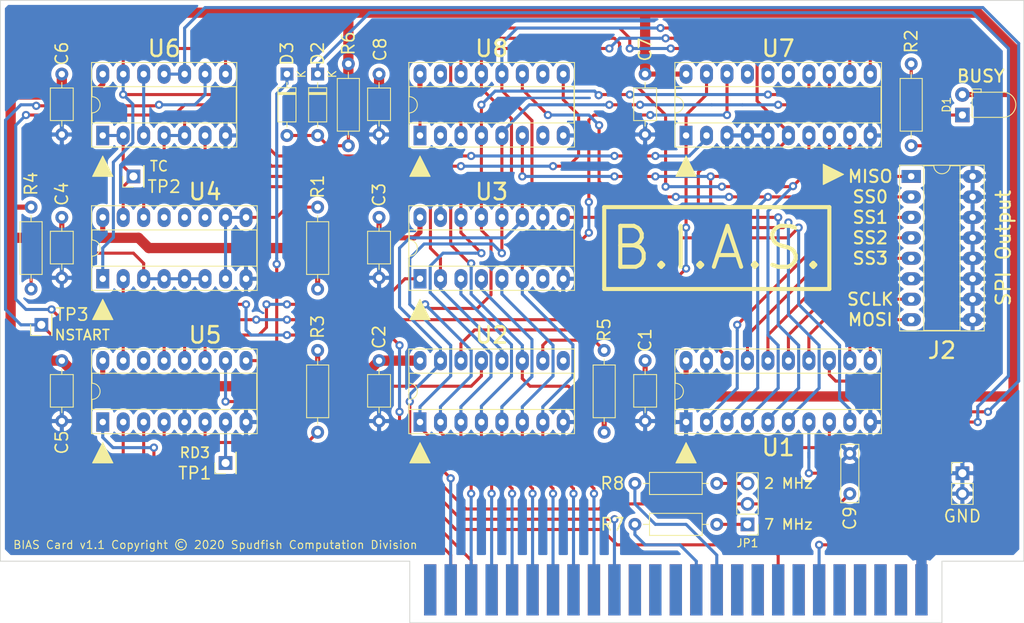
<source format=kicad_pcb>
(kicad_pcb (version 20171130) (host pcbnew "(5.1.6-0-10_14)")
  (layers (0 F.Cu signal) (31 B.Cu signal) (34 B.Paste user hide) (35 F.Paste user hide) (36 B.SilkS user) (37 F.SilkS user) (38 B.Mask user) (39 F.Mask user) (44 Edge.Cuts user))
  (net 0 "")
  (net 1 GND)
  (net 2 +5V)
  (net 3 "Net-(D1-Pad1)")
  (net 4 /A1)
  (net 5 /A0)
  (net 6 /M7)
  (net 7 /Q3)
  (net 8 /D7)
  (net 9 /D6)
  (net 10 /D5)
  (net 11 /D4)
  (net 12 /D3)
  (net 13 /D2)
  (net 14 /D1)
  (net 15 /D0)
  (net 16 /O_SCK)
  (net 17 /O_MOSI)
  (net 18 /I_MISO)
  (net 19 "Net-(R1-Pad2)")
  (net 20 "Net-(R3-Pad2)")
  (net 21 "Net-(TP1-Pad1)")
  (net 22 /MISO)
  (net 23 /MOSI)
  (net 24 /SCK)
  (net 25 /CNT_RES)
  (net 26 /SR_RD)
  (net 27 /SR_WR)
  (net 28 /SS_WR)
  (net 29 /SS_RD)
  (net 30 "Net-(R4-Pad2)")
  (net 31 "Net-(R5-Pad2)")
  (net 32 "Net-(TP2-Pad1)")
  (net 33 /BUSY)
  (net 34 "Net-(U6-Pad12)")
  (net 35 "Net-(D2-Pad2)")
  (net 36 /SS_RES)
  (net 37 "Net-(C9-Pad1)")
  (net 38 /~RESET)
  (net 39 "Net-(J1-Pad24)")
  (net 40 "Net-(J1-Pad23)")
  (net 41 "Net-(J1-Pad22)")
  (net 42 "Net-(J1-Pad21)")
  (net 43 "Net-(J1-Pad20)")
  (net 44 "Net-(J1-Pad19)")
  (net 45 /R~W)
  (net 46 "Net-(J1-Pad17)")
  (net 47 "Net-(J1-Pad16)")
  (net 48 "Net-(J1-Pad15)")
  (net 49 "Net-(J1-Pad14)")
  (net 50 "Net-(J1-Pad13)")
  (net 51 "Net-(J1-Pad12)")
  (net 52 "Net-(J1-Pad11)")
  (net 53 "Net-(J1-Pad10)")
  (net 54 "Net-(J1-Pad9)")
  (net 55 "Net-(J1-Pad8)")
  (net 56 "Net-(J1-Pad7)")
  (net 57 "Net-(J1-Pad6)")
  (net 58 "Net-(J1-Pad5)")
  (net 59 "Net-(J1-Pad4)")
  (net 60 "Net-(J1-Pad1)")
  (net 61 "Net-(J1-Pad27)")
  (net 62 "Net-(J1-Pad28)")
  (net 63 "Net-(J1-Pad29)")
  (net 64 "Net-(J1-Pad30)")
  (net 65 "Net-(J1-Pad32)")
  (net 66 "Net-(J1-Pad33)")
  (net 67 "Net-(J1-Pad34)")
  (net 68 "Net-(J1-Pad35)")
  (net 69 "Net-(J1-Pad38)")
  (net 70 "Net-(J1-Pad39)")
  (net 71 "Net-(J1-Pad40)")
  (net 72 /~DS)
  (net 73 "Net-(J1-Pad50)")
  (net 74 /O_~SS3)
  (net 75 /O_~SS2)
  (net 76 /O_~SS1)
  (net 77 /O_~SS0)
  (net 78 "Net-(JP1-Pad1)")
  (net 79 "Net-(JP1-Pad3)")
  (net 80 /~START)
  (net 81 /~CNT_RES)
  (net 82 /~SS3)
  (net 83 /~SS2)
  (net 84 /~SS1)
  (net 85 /~SS0)
  (net 86 /~SCK)
  (net 87 "Net-(U2-Pad9)")
  (net 88 "Net-(U3-Pad7)")
  (net 89 "Net-(U4-Pad13)")
  (net 90 "Net-(U4-Pad12)")
  (net 91 "Net-(U4-Pad11)")
  (net 92 "Net-(U5-Pad14)")
  (net 93 "Net-(U7-Pad17)")
  (net 94 "Net-(U7-Pad16)")
  (net 95 "Net-(U7-Pad15)")
  (net 96 "Net-(U8-Pad15)")
  (net 97 "Net-(U8-Pad7)")
  (net 98 "Net-(U8-Pad10)")
  (net 99 "Net-(U8-Pad2)")
  (module Capacitor_THT:C_Rect_L7.0mm_W2.0mm_P5.00mm (layer F.Cu) (at 179.07 133.35 90)
    (fp_text reference C9 (at -3.048 0 90) (layer F.SilkS) (effects (font (size 1.524 1.524) (thickness 0.2032))))
    (fp_text value "100 pF")
    (pad 2 thru_hole circle (at 5 0 90) (size 1.6 1.6) (drill 0.8) (layers *.Cu *.Mask) (net 1 GND))
    (pad 1 thru_hole circle (at 0 0 90) (size 1.6 1.6) (drill 0.8) (layers *.Cu *.Mask) (net 37 "Net-(C9-Pad1)"))
  )
  (module Resistor_THT:R_Axial_DIN0207_L6.3mm_D2.5mm_P10.16mm_Horizontal (layer F.Cu) (at 162.56 132.08 180)
    (fp_text reference R8 (at 12.954 0) (layer F.SilkS) (effects (font (size 1.524 1.524) (thickness 0.2032))))
    (fp_text value 150)
    (pad 2 thru_hole oval (at 10.16 0 180) (size 1.6 1.6) (drill 0.8) (layers *.Cu *.Mask) (net 6 /M7))
    (pad 1 thru_hole circle (at 0 0 180) (size 1.6 1.6) (drill 0.8) (layers *.Cu *.Mask) (net 79 "Net-(JP1-Pad3)"))
  )
  (module Resistor_THT:R_Axial_DIN0207_L6.3mm_D2.5mm_P10.16mm_Horizontal (layer F.Cu) (at 152.4 137.16)
    (fp_text reference R7 (at -2.794 0) (layer F.SilkS) (effects (font (size 1.524 1.524) (thickness 0.2032))))
    (fp_text value 150)
    (pad 2 thru_hole oval (at 10.16 0) (size 1.6 1.6) (drill 0.8) (layers *.Cu *.Mask) (net 78 "Net-(JP1-Pad1)"))
    (pad 1 thru_hole circle (at 0 0) (size 1.6 1.6) (drill 0.8) (layers *.Cu *.Mask) (net 7 /Q3))
  )
  (module Package_DIP:DIP-16_W7.62mm_Socket_LongPads (layer F.Cu) (at 86.36 124.46 90)
    (fp_text reference U5 (at 10.795 12.7 180) (layer F.SilkS) (effects (font (size 2.032 2.032) (thickness 0.3048))))
    (fp_text value 74LS138)
    (pad 16 thru_hole oval (at 7.62 0 90) (size 2.4 1.6) (drill 0.8) (layers *.Cu *.Mask) (net 2 +5V))
    (pad 8 thru_hole oval (at 0 17.78 90) (size 2.4 1.6) (drill 0.8) (layers *.Cu *.Mask) (net 1 GND))
    (pad 15 thru_hole oval (at 7.62 2.54 90) (size 2.4 1.6) (drill 0.8) (layers *.Cu *.Mask) (net 80 /~START))
    (pad 7 thru_hole oval (at 0 15.24 90) (size 2.4 1.6) (drill 0.8) (layers *.Cu *.Mask) (net 21 "Net-(TP1-Pad1)"))
    (pad 14 thru_hole oval (at 7.62 5.08 90) (size 2.4 1.6) (drill 0.8) (layers *.Cu *.Mask) (net 92 "Net-(U5-Pad14)"))
    (pad 6 thru_hole oval (at 0 12.7 90) (size 2.4 1.6) (drill 0.8) (layers *.Cu *.Mask) (net 20 "Net-(R3-Pad2)"))
    (pad 13 thru_hole oval (at 7.62 7.62 90) (size 2.4 1.6) (drill 0.8) (layers *.Cu *.Mask) (net 28 /SS_WR))
    (pad 5 thru_hole oval (at 0 10.16 90) (size 2.4 1.6) (drill 0.8) (layers *.Cu *.Mask) (net 1 GND))
    (pad 12 thru_hole oval (at 7.62 10.16 90) (size 2.4 1.6) (drill 0.8) (layers *.Cu *.Mask) (net 29 /SS_RD))
    (pad 4 thru_hole oval (at 0 7.62 90) (size 2.4 1.6) (drill 0.8) (layers *.Cu *.Mask) (net 72 /~DS))
    (pad 11 thru_hole oval (at 7.62 12.7 90) (size 2.4 1.6) (drill 0.8) (layers *.Cu *.Mask) (net 27 /SR_WR))
    (pad 3 thru_hole oval (at 0 5.08 90) (size 2.4 1.6) (drill 0.8) (layers *.Cu *.Mask) (net 4 /A1))
    (pad 10 thru_hole oval (at 7.62 15.24 90) (size 2.4 1.6) (drill 0.8) (layers *.Cu *.Mask) (net 26 /SR_RD))
    (pad 2 thru_hole oval (at 0 2.54 90) (size 2.4 1.6) (drill 0.8) (layers *.Cu *.Mask) (net 5 /A0))
    (pad 9 thru_hole oval (at 7.62 17.78 90) (size 2.4 1.6) (drill 0.8) (layers *.Cu *.Mask) (net 36 /SS_RES))
    (pad 1 thru_hole rect (at 0 0 90) (size 2.4 1.6) (drill 0.8) (layers *.Cu *.Mask) (net 45 /R~W))
  )
  (module Package_DIP:DIP-16_W7.62mm_Socket_LongPads (layer F.Cu) (at 125.73 88.9 90)
    (fp_text reference U8 (at 10.795 8.89 180) (layer F.SilkS) (effects (font (size 2.032 2.032) (thickness 0.3048))))
    (fp_text value 74LS175)
    (pad 16 thru_hole oval (at 7.62 0 90) (size 2.4 1.6) (drill 0.8) (layers *.Cu *.Mask) (net 2 +5V))
    (pad 8 thru_hole oval (at 0 17.78 90) (size 2.4 1.6) (drill 0.8) (layers *.Cu *.Mask) (net 1 GND))
    (pad 15 thru_hole oval (at 7.62 2.54 90) (size 2.4 1.6) (drill 0.8) (layers *.Cu *.Mask) (net 96 "Net-(U8-Pad15)"))
    (pad 7 thru_hole oval (at 0 15.24 90) (size 2.4 1.6) (drill 0.8) (layers *.Cu *.Mask) (net 97 "Net-(U8-Pad7)"))
    (pad 14 thru_hole oval (at 7.62 5.08 90) (size 2.4 1.6) (drill 0.8) (layers *.Cu *.Mask) (net 84 /~SS1))
    (pad 6 thru_hole oval (at 0 12.7 90) (size 2.4 1.6) (drill 0.8) (layers *.Cu *.Mask) (net 83 /~SS2))
    (pad 13 thru_hole oval (at 7.62 7.62 90) (size 2.4 1.6) (drill 0.8) (layers *.Cu *.Mask) (net 14 /D1))
    (pad 5 thru_hole oval (at 0 10.16 90) (size 2.4 1.6) (drill 0.8) (layers *.Cu *.Mask) (net 13 /D2))
    (pad 12 thru_hole oval (at 7.62 10.16 90) (size 2.4 1.6) (drill 0.8) (layers *.Cu *.Mask) (net 15 /D0))
    (pad 4 thru_hole oval (at 0 7.62 90) (size 2.4 1.6) (drill 0.8) (layers *.Cu *.Mask) (net 12 /D3))
    (pad 11 thru_hole oval (at 7.62 12.7 90) (size 2.4 1.6) (drill 0.8) (layers *.Cu *.Mask) (net 85 /~SS0))
    (pad 3 thru_hole oval (at 0 5.08 90) (size 2.4 1.6) (drill 0.8) (layers *.Cu *.Mask) (net 82 /~SS3))
    (pad 10 thru_hole oval (at 7.62 15.24 90) (size 2.4 1.6) (drill 0.8) (layers *.Cu *.Mask) (net 98 "Net-(U8-Pad10)"))
    (pad 2 thru_hole oval (at 0 2.54 90) (size 2.4 1.6) (drill 0.8) (layers *.Cu *.Mask) (net 99 "Net-(U8-Pad2)"))
    (pad 9 thru_hole oval (at 7.62 17.78 90) (size 2.4 1.6) (drill 0.8) (layers *.Cu *.Mask) (net 28 /SS_WR))
    (pad 1 thru_hole rect (at 0 0 90) (size 2.4 1.6) (drill 0.8) (layers *.Cu *.Mask) (net 35 "Net-(D2-Pad2)"))
  )
  (module Package_DIP:DIP-16_W7.62mm_Socket_LongPads (layer F.Cu) (at 125.73 106.68 90)
    (fp_text reference U3 (at 10.795 8.89 180) (layer F.SilkS) (effects (font (size 2.032 2.032) (thickness 0.3048))))
    (fp_text value 74LS165)
    (pad 16 thru_hole oval (at 7.62 0 90) (size 2.4 1.6) (drill 0.8) (layers *.Cu *.Mask) (net 2 +5V))
    (pad 8 thru_hole oval (at 0 17.78 90) (size 2.4 1.6) (drill 0.8) (layers *.Cu *.Mask) (net 1 GND))
    (pad 15 thru_hole oval (at 7.62 2.54 90) (size 2.4 1.6) (drill 0.8) (layers *.Cu *.Mask) (net 1 GND))
    (pad 7 thru_hole oval (at 0 15.24 90) (size 2.4 1.6) (drill 0.8) (layers *.Cu *.Mask) (net 88 "Net-(U3-Pad7)"))
    (pad 14 thru_hole oval (at 7.62 5.08 90) (size 2.4 1.6) (drill 0.8) (layers *.Cu *.Mask) (net 12 /D3))
    (pad 6 thru_hole oval (at 0 12.7 90) (size 2.4 1.6) (drill 0.8) (layers *.Cu *.Mask) (net 8 /D7))
    (pad 13 thru_hole oval (at 7.62 7.62 90) (size 2.4 1.6) (drill 0.8) (layers *.Cu *.Mask) (net 13 /D2))
    (pad 5 thru_hole oval (at 0 10.16 90) (size 2.4 1.6) (drill 0.8) (layers *.Cu *.Mask) (net 9 /D6))
    (pad 12 thru_hole oval (at 7.62 10.16 90) (size 2.4 1.6) (drill 0.8) (layers *.Cu *.Mask) (net 14 /D1))
    (pad 4 thru_hole oval (at 0 7.62 90) (size 2.4 1.6) (drill 0.8) (layers *.Cu *.Mask) (net 10 /D5))
    (pad 11 thru_hole oval (at 7.62 12.7 90) (size 2.4 1.6) (drill 0.8) (layers *.Cu *.Mask) (net 15 /D0))
    (pad 3 thru_hole oval (at 0 5.08 90) (size 2.4 1.6) (drill 0.8) (layers *.Cu *.Mask) (net 11 /D4))
    (pad 10 thru_hole oval (at 7.62 15.24 90) (size 2.4 1.6) (drill 0.8) (layers *.Cu *.Mask) (net 1 GND))
    (pad 2 thru_hole oval (at 0 2.54 90) (size 2.4 1.6) (drill 0.8) (layers *.Cu *.Mask) (net 86 /~SCK))
    (pad 9 thru_hole oval (at 7.62 17.78 90) (size 2.4 1.6) (drill 0.8) (layers *.Cu *.Mask) (net 23 /MOSI))
    (pad 1 thru_hole rect (at 0 0 90) (size 2.4 1.6) (drill 0.8) (layers *.Cu *.Mask) (net 27 /SR_WR))
  )
  (module Connector_PinHeader_2.54mm:PinHeader_1x01_P2.54mm_Vertical (layer F.Cu) (at 101.6 129.54 90)
    (fp_text reference TP1 (at -1.27 -3.81 180) (layer F.SilkS) (effects (font (size 1.524 1.524) (thickness 0.2032))))
    (fp_text value RD3 (at 1.27 -3.81 180) (layer F.SilkS) (effects (font (size 1.27 1.27) (thickness 0.2032))))
    (pad 1 thru_hole rect (at 0 0 90) (size 1.7 1.7) (drill 1) (layers *.Cu *.Mask) (net 21 "Net-(TP1-Pad1)"))
  )
  (module Connector_PinHeader_2.54mm:PinHeader_1x01_P2.54mm_Vertical (layer F.Cu) (at 90.17 93.98 90)
    (fp_text reference TP2 (at -1.27 3.81 180) (layer F.SilkS) (effects (font (size 1.524 1.524) (thickness 0.2032))))
    (fp_text value TC (at 1.27 3.175 180) (layer F.SilkS) (effects (font (size 1.27 1.27) (thickness 0.2032))))
    (pad 1 thru_hole rect (at 0 0 90) (size 1.7 1.7) (drill 1) (layers *.Cu *.Mask) (net 32 "Net-(TP2-Pad1)"))
  )
  (module Connector_PinHeader_2.54mm:PinHeader_1x01_P2.54mm_Vertical (layer F.Cu) (at 78.74 112.395 90)
    (fp_text reference TP3 (at 1.27 3.81 180) (layer F.SilkS) (effects (font (size 1.524 1.524) (thickness 0.2032))))
    (fp_text value NSTART (at -1.27 5.08 180) (layer F.SilkS) (effects (font (size 1.27 1.27) (thickness 0.2032))))
    (pad 1 thru_hole rect (at 0 0 90) (size 1.7 1.7) (drill 1) (layers *.Cu *.Mask) (net 80 /~START))
  )
  (module Connector_PinHeader_2.54mm:PinHeader_1x02_P2.54mm_Vertical (layer F.Cu) (at 193.04 130.81)
    (fp_text reference J3 hide)
    (fp_text value GND (at 0 5.334) (layer F.SilkS) (effects (font (size 1.524 1.524) (thickness 0.2032))))
    (pad 2 thru_hole oval (at 0 2.54) (size 1.7 1.7) (drill 1) (layers *.Cu *.Mask) (net 1 GND))
    (pad 1 thru_hole rect (at 0 0) (size 1.7 1.7) (drill 1) (layers *.Cu *.Mask) (net 1 GND))
  )
  (module Capacitor_THT:C_Axial_L3.8mm_D2.6mm_P7.50mm_Horizontal (layer F.Cu) (at 153.67 81.28 270)
    (fp_text reference C7 (at -3.048 0 90) (layer F.SilkS) (effects (font (size 1.524 1.524) (thickness 0.2032))))
    (fp_text value "100 nF")
    (pad 2 thru_hole oval (at 7.5 0 270) (size 1.6 1.6) (drill 0.8) (layers *.Cu *.Mask) (net 1 GND))
    (pad 1 thru_hole circle (at 0 0 270) (size 1.6 1.6) (drill 0.8) (layers *.Cu *.Mask) (net 2 +5V))
  )
  (module Capacitor_THT:C_Axial_L3.8mm_D2.6mm_P7.50mm_Horizontal (layer F.Cu) (at 120.65 81.28 270)
    (fp_text reference C8 (at -3.048 -0.127 90) (layer F.SilkS) (effects (font (size 1.524 1.524) (thickness 0.2032))))
    (fp_text value "100 nF")
    (pad 2 thru_hole oval (at 7.5 0 270) (size 1.6 1.6) (drill 0.8) (layers *.Cu *.Mask) (net 1 GND))
    (pad 1 thru_hole circle (at 0 0 270) (size 1.6 1.6) (drill 0.8) (layers *.Cu *.Mask) (net 2 +5V))
  )
  (module Capacitor_THT:C_Axial_L3.8mm_D2.6mm_P7.50mm_Horizontal (layer F.Cu) (at 120.65 99.06 270)
    (fp_text reference C3 (at -2.794 0 90) (layer F.SilkS) (effects (font (size 1.524 1.524) (thickness 0.2032))))
    (fp_text value "100 nF")
    (pad 2 thru_hole oval (at 7.5 0 270) (size 1.6 1.6) (drill 0.8) (layers *.Cu *.Mask) (net 1 GND))
    (pad 1 thru_hole circle (at 0 0 270) (size 1.6 1.6) (drill 0.8) (layers *.Cu *.Mask) (net 2 +5V))
  )
  (module Capacitor_THT:C_Axial_L3.8mm_D2.6mm_P7.50mm_Horizontal (layer F.Cu) (at 153.67 116.84 270)
    (fp_text reference C1 (at -2.54 0 90) (layer F.SilkS) (effects (font (size 1.524 1.524) (thickness 0.2032))))
    (fp_text value "100 nF")
    (pad 2 thru_hole oval (at 7.5 0 270) (size 1.6 1.6) (drill 0.8) (layers *.Cu *.Mask) (net 1 GND))
    (pad 1 thru_hole circle (at 0 0 270) (size 1.6 1.6) (drill 0.8) (layers *.Cu *.Mask) (net 2 +5V))
  )
  (module Capacitor_THT:C_Axial_L3.8mm_D2.6mm_P7.50mm_Horizontal (layer F.Cu) (at 120.65 116.84 270)
    (fp_text reference C2 (at -2.921 0 90) (layer F.SilkS) (effects (font (size 1.524 1.524) (thickness 0.2032))))
    (fp_text value "100 nF")
    (pad 2 thru_hole oval (at 7.5 0 270) (size 1.6 1.6) (drill 0.8) (layers *.Cu *.Mask) (net 1 GND))
    (pad 1 thru_hole circle (at 0 0 270) (size 1.6 1.6) (drill 0.8) (layers *.Cu *.Mask) (net 2 +5V))
  )
  (module Capacitor_THT:C_Axial_L3.8mm_D2.6mm_P7.50mm_Horizontal (layer F.Cu) (at 81.28 116.84 270)
    (fp_text reference C5 (at 10.16 0 90) (layer F.SilkS) (effects (font (size 1.524 1.524) (thickness 0.2032))))
    (fp_text value "100 nF")
    (pad 2 thru_hole oval (at 7.5 0 270) (size 1.6 1.6) (drill 0.8) (layers *.Cu *.Mask) (net 1 GND))
    (pad 1 thru_hole circle (at 0 0 270) (size 1.6 1.6) (drill 0.8) (layers *.Cu *.Mask) (net 2 +5V))
  )
  (module Capacitor_THT:C_Axial_L3.8mm_D2.6mm_P7.50mm_Horizontal (layer F.Cu) (at 81.28 99.06 270)
    (fp_text reference C4 (at -2.89719 0 90) (layer F.SilkS) (effects (font (size 1.524 1.524) (thickness 0.2032))))
    (fp_text value "100 nF")
    (pad 2 thru_hole oval (at 7.5 0 270) (size 1.6 1.6) (drill 0.8) (layers *.Cu *.Mask) (net 1 GND))
    (pad 1 thru_hole circle (at 0 0 270) (size 1.6 1.6) (drill 0.8) (layers *.Cu *.Mask) (net 2 +5V))
  )
  (module Capacitor_THT:C_Axial_L3.8mm_D2.6mm_P7.50mm_Horizontal (layer F.Cu) (at 81.28 81.28 270)
    (fp_text reference C6 (at -2.54 0 90) (layer F.SilkS) (effects (font (size 1.524 1.524) (thickness 0.2032))))
    (fp_text value "100 nF")
    (pad 2 thru_hole oval (at 7.5 0 270) (size 1.6 1.6) (drill 0.8) (layers *.Cu *.Mask) (net 1 GND))
    (pad 1 thru_hole circle (at 0 0 270) (size 1.6 1.6) (drill 0.8) (layers *.Cu *.Mask) (net 2 +5V))
  )
  (module Package_DIP:DIP-14_W7.62mm_Socket_LongPads (layer F.Cu) (at 86.36 88.9 90)
    (fp_text reference U6 (at 10.795 7.62 180) (layer F.SilkS) (effects (font (size 2.032 2.032) (thickness 0.3048))))
    (fp_text value 74LS00)
    (pad 14 thru_hole oval (at 7.62 0 90) (size 2.4 1.6) (drill 0.8) (layers *.Cu *.Mask) (net 2 +5V))
    (pad 7 thru_hole oval (at 0 15.24 90) (size 2.4 1.6) (drill 0.8) (layers *.Cu *.Mask) (net 1 GND))
    (pad 13 thru_hole oval (at 7.62 2.54 90) (size 2.4 1.6) (drill 0.8) (layers *.Cu *.Mask) (net 25 /CNT_RES))
    (pad 6 thru_hole oval (at 0 12.7 90) (size 2.4 1.6) (drill 0.8) (layers *.Cu *.Mask) (net 86 /~SCK))
    (pad 12 thru_hole oval (at 7.62 5.08 90) (size 2.4 1.6) (drill 0.8) (layers *.Cu *.Mask) (net 34 "Net-(U6-Pad12)"))
    (pad 5 thru_hole oval (at 0 10.16 90) (size 2.4 1.6) (drill 0.8) (layers *.Cu *.Mask) (net 24 /SCK))
    (pad 11 thru_hole oval (at 7.62 7.62 90) (size 2.4 1.6) (drill 0.8) (layers *.Cu *.Mask) (net 81 /~CNT_RES))
    (pad 4 thru_hole oval (at 0 7.62 90) (size 2.4 1.6) (drill 0.8) (layers *.Cu *.Mask) (net 24 /SCK))
    (pad 10 thru_hole oval (at 7.62 10.16 90) (size 2.4 1.6) (drill 0.8) (layers *.Cu *.Mask) (net 81 /~CNT_RES))
    (pad 3 thru_hole oval (at 0 5.08 90) (size 2.4 1.6) (drill 0.8) (layers *.Cu *.Mask) (net 34 "Net-(U6-Pad12)"))
    (pad 9 thru_hole oval (at 7.62 12.7 90) (size 2.4 1.6) (drill 0.8) (layers *.Cu *.Mask) (net 80 /~START))
    (pad 2 thru_hole oval (at 0 2.54 90) (size 2.4 1.6) (drill 0.8) (layers *.Cu *.Mask) (net 32 "Net-(TP2-Pad1)"))
    (pad 8 thru_hole oval (at 7.62 15.24 90) (size 2.4 1.6) (drill 0.8) (layers *.Cu *.Mask) (net 25 /CNT_RES))
    (pad 1 thru_hole rect (at 0 0 90) (size 2.4 1.6) (drill 0.8) (layers *.Cu *.Mask) (net 32 "Net-(TP2-Pad1)"))
  )
  (module Package_DIP:DIP-16_W7.62mm_Socket_LongPads (layer F.Cu) (at 186.69 93.98)
    (fp_text reference J2 (at 3.81 21.59) (layer F.SilkS) (effects (font (size 2.032 2.032) (thickness 0.3048))))
    (fp_text value "SPI Output" (at 11.43 8.89 90) (layer F.SilkS) (effects (font (size 1.778 1.778) (thickness 0.254))))
    (pad 16 thru_hole oval (at 7.62 0) (size 2.4 1.6) (drill 0.8) (layers *.Cu *.Mask) (net 1 GND))
    (pad 8 thru_hole oval (at 0 17.78) (size 2.4 1.6) (drill 0.8) (layers *.Cu *.Mask) (net 17 /O_MOSI))
    (pad 15 thru_hole oval (at 7.62 2.54) (size 2.4 1.6) (drill 0.8) (layers *.Cu *.Mask) (net 1 GND))
    (pad 7 thru_hole oval (at 0 15.24) (size 2.4 1.6) (drill 0.8) (layers *.Cu *.Mask) (net 16 /O_SCK))
    (pad 14 thru_hole oval (at 7.62 5.08) (size 2.4 1.6) (drill 0.8) (layers *.Cu *.Mask) (net 1 GND))
    (pad 6 thru_hole oval (at 0 12.7) (size 2.4 1.6) (drill 0.8) (layers *.Cu *.Mask) (net 1 GND))
    (pad 13 thru_hole oval (at 7.62 7.62) (size 2.4 1.6) (drill 0.8) (layers *.Cu *.Mask) (net 1 GND))
    (pad 5 thru_hole oval (at 0 10.16) (size 2.4 1.6) (drill 0.8) (layers *.Cu *.Mask) (net 74 /O_~SS3))
    (pad 12 thru_hole oval (at 7.62 10.16) (size 2.4 1.6) (drill 0.8) (layers *.Cu *.Mask) (net 1 GND))
    (pad 4 thru_hole oval (at 0 7.62) (size 2.4 1.6) (drill 0.8) (layers *.Cu *.Mask) (net 75 /O_~SS2))
    (pad 11 thru_hole oval (at 7.62 12.7) (size 2.4 1.6) (drill 0.8) (layers *.Cu *.Mask) (net 1 GND))
    (pad 3 thru_hole oval (at 0 5.08) (size 2.4 1.6) (drill 0.8) (layers *.Cu *.Mask) (net 76 /O_~SS1))
    (pad 10 thru_hole oval (at 7.62 15.24) (size 2.4 1.6) (drill 0.8) (layers *.Cu *.Mask) (net 1 GND))
    (pad 2 thru_hole oval (at 0 2.54) (size 2.4 1.6) (drill 0.8) (layers *.Cu *.Mask) (net 77 /O_~SS0))
    (pad 9 thru_hole oval (at 7.62 17.78) (size 2.4 1.6) (drill 0.8) (layers *.Cu *.Mask) (net 1 GND))
    (pad 1 thru_hole rect (at 0 0) (size 2.4 1.6) (drill 0.8) (layers *.Cu *.Mask) (net 18 /I_MISO))
  )
  (module Package_DIP:DIP-16_W7.62mm_Socket_LongPads (layer F.Cu) (at 125.73 124.46 90)
    (fp_text reference U2 (at 10.795 8.89 180) (layer F.SilkS) (effects (font (size 2.032 2.032) (thickness 0.3048))))
    (fp_text value 74LS595)
    (pad 16 thru_hole oval (at 7.62 0 90) (size 2.4 1.6) (drill 0.8) (layers *.Cu *.Mask) (net 2 +5V))
    (pad 8 thru_hole oval (at 0 17.78 90) (size 2.4 1.6) (drill 0.8) (layers *.Cu *.Mask) (net 1 GND))
    (pad 15 thru_hole oval (at 7.62 2.54 90) (size 2.4 1.6) (drill 0.8) (layers *.Cu *.Mask) (net 15 /D0))
    (pad 7 thru_hole oval (at 0 15.24 90) (size 2.4 1.6) (drill 0.8) (layers *.Cu *.Mask) (net 8 /D7))
    (pad 14 thru_hole oval (at 7.62 5.08 90) (size 2.4 1.6) (drill 0.8) (layers *.Cu *.Mask) (net 22 /MISO))
    (pad 6 thru_hole oval (at 0 12.7 90) (size 2.4 1.6) (drill 0.8) (layers *.Cu *.Mask) (net 9 /D6))
    (pad 13 thru_hole oval (at 7.62 7.62 90) (size 2.4 1.6) (drill 0.8) (layers *.Cu *.Mask) (net 26 /SR_RD))
    (pad 5 thru_hole oval (at 0 10.16 90) (size 2.4 1.6) (drill 0.8) (layers *.Cu *.Mask) (net 10 /D5))
    (pad 12 thru_hole oval (at 7.62 10.16 90) (size 2.4 1.6) (drill 0.8) (layers *.Cu *.Mask) (net 86 /~SCK))
    (pad 4 thru_hole oval (at 0 7.62 90) (size 2.4 1.6) (drill 0.8) (layers *.Cu *.Mask) (net 11 /D4))
    (pad 11 thru_hole oval (at 7.62 12.7 90) (size 2.4 1.6) (drill 0.8) (layers *.Cu *.Mask) (net 24 /SCK))
    (pad 3 thru_hole oval (at 0 5.08 90) (size 2.4 1.6) (drill 0.8) (layers *.Cu *.Mask) (net 12 /D3))
    (pad 10 thru_hole oval (at 7.62 15.24 90) (size 2.4 1.6) (drill 0.8) (layers *.Cu *.Mask) (net 31 "Net-(R5-Pad2)"))
    (pad 2 thru_hole oval (at 0 2.54 90) (size 2.4 1.6) (drill 0.8) (layers *.Cu *.Mask) (net 13 /D2))
    (pad 9 thru_hole oval (at 7.62 17.78 90) (size 2.4 1.6) (drill 0.8) (layers *.Cu *.Mask) (net 87 "Net-(U2-Pad9)"))
    (pad 1 thru_hole rect (at 0 0 90) (size 2.4 1.6) (drill 0.8) (layers *.Cu *.Mask) (net 14 /D1))
  )
  (module Package_DIP:DIP-16_W7.62mm_Socket_LongPads (layer F.Cu) (at 86.36 106.68 90)
    (fp_text reference U4 (at 10.795 12.7 180) (layer F.SilkS) (effects (font (size 2.032 2.032) (thickness 0.3048))))
    (fp_text value 74LS163)
    (pad 16 thru_hole oval (at 7.62 0 90) (size 2.4 1.6) (drill 0.8) (layers *.Cu *.Mask) (net 2 +5V))
    (pad 8 thru_hole oval (at 0 17.78 90) (size 2.4 1.6) (drill 0.8) (layers *.Cu *.Mask) (net 1 GND))
    (pad 15 thru_hole oval (at 7.62 2.54 90) (size 2.4 1.6) (drill 0.8) (layers *.Cu *.Mask) (net 32 "Net-(TP2-Pad1)"))
    (pad 7 thru_hole oval (at 0 15.24 90) (size 2.4 1.6) (drill 0.8) (layers *.Cu *.Mask) (net 19 "Net-(R1-Pad2)"))
    (pad 14 thru_hole oval (at 7.62 5.08 90) (size 2.4 1.6) (drill 0.8) (layers *.Cu *.Mask) (net 24 /SCK))
    (pad 6 thru_hole oval (at 0 12.7 90) (size 2.4 1.6) (drill 0.8) (layers *.Cu *.Mask) (net 30 "Net-(R4-Pad2)"))
    (pad 13 thru_hole oval (at 7.62 7.62 90) (size 2.4 1.6) (drill 0.8) (layers *.Cu *.Mask) (net 89 "Net-(U4-Pad13)"))
    (pad 5 thru_hole oval (at 0 10.16 90) (size 2.4 1.6) (drill 0.8) (layers *.Cu *.Mask) (net 30 "Net-(R4-Pad2)"))
    (pad 12 thru_hole oval (at 7.62 10.16 90) (size 2.4 1.6) (drill 0.8) (layers *.Cu *.Mask) (net 90 "Net-(U4-Pad12)"))
    (pad 4 thru_hole oval (at 0 7.62 90) (size 2.4 1.6) (drill 0.8) (layers *.Cu *.Mask) (net 30 "Net-(R4-Pad2)"))
    (pad 11 thru_hole oval (at 7.62 12.7 90) (size 2.4 1.6) (drill 0.8) (layers *.Cu *.Mask) (net 91 "Net-(U4-Pad11)"))
    (pad 3 thru_hole oval (at 0 5.08 90) (size 2.4 1.6) (drill 0.8) (layers *.Cu *.Mask) (net 30 "Net-(R4-Pad2)"))
    (pad 10 thru_hole oval (at 7.62 15.24 90) (size 2.4 1.6) (drill 0.8) (layers *.Cu *.Mask) (net 19 "Net-(R1-Pad2)"))
    (pad 2 thru_hole oval (at 0 2.54 90) (size 2.4 1.6) (drill 0.8) (layers *.Cu *.Mask) (net 37 "Net-(C9-Pad1)"))
    (pad 9 thru_hole oval (at 7.62 17.78 90) (size 2.4 1.6) (drill 0.8) (layers *.Cu *.Mask) (net 19 "Net-(R1-Pad2)"))
    (pad 1 thru_hole rect (at 0 0 90) (size 2.4 1.6) (drill 0.8) (layers *.Cu *.Mask) (net 25 /CNT_RES))
  )
  (module Package_DIP:DIP-20_W7.62mm_Socket_LongPads (layer F.Cu) (at 158.75 124.46 90)
    (fp_text reference U1 (at -3.175 11.43 180) (layer F.SilkS) (effects (font (size 2.032 2.032) (thickness 0.3048))))
    (fp_text value 74LS541)
    (pad 20 thru_hole oval (at 7.62 0 90) (size 2.4 1.6) (drill 0.8) (layers *.Cu *.Mask) (net 2 +5V))
    (pad 10 thru_hole oval (at 0 22.86 90) (size 2.4 1.6) (drill 0.8) (layers *.Cu *.Mask) (net 1 GND))
    (pad 19 thru_hole oval (at 7.62 2.54 90) (size 2.4 1.6) (drill 0.8) (layers *.Cu *.Mask) (net 1 GND))
    (pad 9 thru_hole oval (at 0 20.32 90) (size 2.4 1.6) (drill 0.8) (layers *.Cu *.Mask) (net 23 /MOSI))
    (pad 18 thru_hole oval (at 7.62 5.08 90) (size 2.4 1.6) (drill 0.8) (layers *.Cu *.Mask) (net 22 /MISO))
    (pad 8 thru_hole oval (at 0 17.78 90) (size 2.4 1.6) (drill 0.8) (layers *.Cu *.Mask) (net 24 /SCK))
    (pad 17 thru_hole oval (at 7.62 7.62 90) (size 2.4 1.6) (drill 0.8) (layers *.Cu *.Mask) (net 77 /O_~SS0))
    (pad 7 thru_hole oval (at 0 15.24 90) (size 2.4 1.6) (drill 0.8) (layers *.Cu *.Mask) (net 81 /~CNT_RES))
    (pad 16 thru_hole oval (at 7.62 10.16 90) (size 2.4 1.6) (drill 0.8) (layers *.Cu *.Mask) (net 76 /O_~SS1))
    (pad 6 thru_hole oval (at 0 12.7 90) (size 2.4 1.6) (drill 0.8) (layers *.Cu *.Mask) (net 82 /~SS3))
    (pad 15 thru_hole oval (at 7.62 12.7 90) (size 2.4 1.6) (drill 0.8) (layers *.Cu *.Mask) (net 75 /O_~SS2))
    (pad 5 thru_hole oval (at 0 10.16 90) (size 2.4 1.6) (drill 0.8) (layers *.Cu *.Mask) (net 83 /~SS2))
    (pad 14 thru_hole oval (at 7.62 15.24 90) (size 2.4 1.6) (drill 0.8) (layers *.Cu *.Mask) (net 74 /O_~SS3))
    (pad 4 thru_hole oval (at 0 7.62 90) (size 2.4 1.6) (drill 0.8) (layers *.Cu *.Mask) (net 84 /~SS1))
    (pad 13 thru_hole oval (at 7.62 17.78 90) (size 2.4 1.6) (drill 0.8) (layers *.Cu *.Mask) (net 33 /BUSY))
    (pad 3 thru_hole oval (at 0 5.08 90) (size 2.4 1.6) (drill 0.8) (layers *.Cu *.Mask) (net 85 /~SS0))
    (pad 12 thru_hole oval (at 7.62 20.32 90) (size 2.4 1.6) (drill 0.8) (layers *.Cu *.Mask) (net 16 /O_SCK))
    (pad 2 thru_hole oval (at 0 2.54 90) (size 2.4 1.6) (drill 0.8) (layers *.Cu *.Mask) (net 18 /I_MISO))
    (pad 11 thru_hole oval (at 7.62 22.86 90) (size 2.4 1.6) (drill 0.8) (layers *.Cu *.Mask) (net 17 /O_MOSI))
    (pad 1 thru_hole rect (at 0 0 90) (size 2.4 1.6) (drill 0.8) (layers *.Cu *.Mask) (net 1 GND))
  )
  (module Package_DIP:DIP-20_W7.62mm_Socket_LongPads (layer F.Cu) (at 158.75 88.9 90)
    (fp_text reference U7 (at 10.795 11.43 180) (layer F.SilkS) (effects (font (size 2.032 2.032) (thickness 0.3048))))
    (fp_text value 74LS540)
    (pad 20 thru_hole oval (at 7.62 0 90) (size 2.4 1.6) (drill 0.8) (layers *.Cu *.Mask) (net 2 +5V))
    (pad 10 thru_hole oval (at 0 22.86 90) (size 2.4 1.6) (drill 0.8) (layers *.Cu *.Mask) (net 1 GND))
    (pad 19 thru_hole oval (at 7.62 2.54 90) (size 2.4 1.6) (drill 0.8) (layers *.Cu *.Mask) (net 29 /SS_RD))
    (pad 9 thru_hole oval (at 0 20.32 90) (size 2.4 1.6) (drill 0.8) (layers *.Cu *.Mask) (net 85 /~SS0))
    (pad 18 thru_hole oval (at 7.62 5.08 90) (size 2.4 1.6) (drill 0.8) (layers *.Cu *.Mask) (net 8 /D7))
    (pad 8 thru_hole oval (at 0 17.78 90) (size 2.4 1.6) (drill 0.8) (layers *.Cu *.Mask) (net 84 /~SS1))
    (pad 17 thru_hole oval (at 7.62 7.62 90) (size 2.4 1.6) (drill 0.8) (layers *.Cu *.Mask) (net 93 "Net-(U7-Pad17)"))
    (pad 7 thru_hole oval (at 0 15.24 90) (size 2.4 1.6) (drill 0.8) (layers *.Cu *.Mask) (net 83 /~SS2))
    (pad 16 thru_hole oval (at 7.62 10.16 90) (size 2.4 1.6) (drill 0.8) (layers *.Cu *.Mask) (net 94 "Net-(U7-Pad16)"))
    (pad 6 thru_hole oval (at 0 12.7 90) (size 2.4 1.6) (drill 0.8) (layers *.Cu *.Mask) (net 82 /~SS3))
    (pad 15 thru_hole oval (at 7.62 12.7 90) (size 2.4 1.6) (drill 0.8) (layers *.Cu *.Mask) (net 95 "Net-(U7-Pad15)"))
    (pad 5 thru_hole oval (at 0 10.16 90) (size 2.4 1.6) (drill 0.8) (layers *.Cu *.Mask) (net 1 GND))
    (pad 14 thru_hole oval (at 7.62 15.24 90) (size 2.4 1.6) (drill 0.8) (layers *.Cu *.Mask) (net 12 /D3))
    (pad 4 thru_hole oval (at 0 7.62 90) (size 2.4 1.6) (drill 0.8) (layers *.Cu *.Mask) (net 1 GND))
    (pad 13 thru_hole oval (at 7.62 17.78 90) (size 2.4 1.6) (drill 0.8) (layers *.Cu *.Mask) (net 13 /D2))
    (pad 3 thru_hole oval (at 0 5.08 90) (size 2.4 1.6) (drill 0.8) (layers *.Cu *.Mask) (net 1 GND))
    (pad 12 thru_hole oval (at 7.62 20.32 90) (size 2.4 1.6) (drill 0.8) (layers *.Cu *.Mask) (net 14 /D1))
    (pad 2 thru_hole oval (at 0 2.54 90) (size 2.4 1.6) (drill 0.8) (layers *.Cu *.Mask) (net 25 /CNT_RES))
    (pad 11 thru_hole oval (at 7.62 22.86 90) (size 2.4 1.6) (drill 0.8) (layers *.Cu *.Mask) (net 15 /D0))
    (pad 1 thru_hole rect (at 0 0 90) (size 2.4 1.6) (drill 0.8) (layers *.Cu *.Mask) (net 29 /SS_RD))
  )
  (module Resistor_THT:R_Axial_DIN0207_L6.3mm_D2.5mm_P10.16mm_Horizontal (layer F.Cu) (at 186.69 80.01 270)
    (fp_text reference R2 (at -2.794 0 90) (layer F.SilkS) (effects (font (size 1.524 1.524) (thickness 0.2032))))
    (fp_text value 470)
    (pad 2 thru_hole oval (at 10.16 0 270) (size 1.6 1.6) (drill 0.8) (layers *.Cu *.Mask) (net 33 /BUSY))
    (pad 1 thru_hole circle (at 0 0 270) (size 1.6 1.6) (drill 0.8) (layers *.Cu *.Mask) (net 3 "Net-(D1-Pad1)"))
  )
  (module Resistor_THT:R_Axial_DIN0207_L6.3mm_D2.5mm_P10.16mm_Horizontal (layer F.Cu) (at 148.59 125.73 90)
    (fp_text reference R5 (at 12.7 0 90) (layer F.SilkS) (effects (font (size 1.524 1.524) (thickness 0.2032))))
    (fp_text value 4.7K)
    (pad 2 thru_hole oval (at 10.16 0 90) (size 1.6 1.6) (drill 0.8) (layers *.Cu *.Mask) (net 31 "Net-(R5-Pad2)"))
    (pad 1 thru_hole circle (at 0 0 90) (size 1.6 1.6) (drill 0.8) (layers *.Cu *.Mask) (net 2 +5V))
  )
  (module Resistor_THT:R_Axial_DIN0207_L6.3mm_D2.5mm_P10.16mm_Horizontal (layer F.Cu) (at 113.03 115.57 270)
    (fp_text reference R3 (at -2.921 0 90) (layer F.SilkS) (effects (font (size 1.524 1.524) (thickness 0.2032))))
    (fp_text value 4.7K)
    (pad 2 thru_hole oval (at 10.16 0 270) (size 1.6 1.6) (drill 0.8) (layers *.Cu *.Mask) (net 20 "Net-(R3-Pad2)"))
    (pad 1 thru_hole circle (at 0 0 270) (size 1.6 1.6) (drill 0.8) (layers *.Cu *.Mask) (net 2 +5V))
  )
  (module Resistor_THT:R_Axial_DIN0207_L6.3mm_D2.5mm_P10.16mm_Horizontal (layer F.Cu) (at 113.03 107.95 90)
    (fp_text reference R1 (at 12.7 0 90) (layer F.SilkS) (effects (font (size 1.524 1.524) (thickness 0.2032))))
    (fp_text value 4.7K)
    (pad 2 thru_hole oval (at 10.16 0 90) (size 1.6 1.6) (drill 0.8) (layers *.Cu *.Mask) (net 19 "Net-(R1-Pad2)"))
    (pad 1 thru_hole circle (at 0 0 90) (size 1.6 1.6) (drill 0.8) (layers *.Cu *.Mask) (net 2 +5V))
  )
  (module Resistor_THT:R_Axial_DIN0207_L6.3mm_D2.5mm_P10.16mm_Horizontal (layer F.Cu) (at 77.47 97.79 270)
    (fp_text reference R4 (at -2.89719 0 90) (layer F.SilkS) (effects (font (size 1.524 1.524) (thickness 0.2032))))
    (fp_text value 4.7K)
    (pad 2 thru_hole oval (at 10.16 0 270) (size 1.6 1.6) (drill 0.8) (layers *.Cu *.Mask) (net 30 "Net-(R4-Pad2)"))
    (pad 1 thru_hole circle (at 0 0 270) (size 1.6 1.6) (drill 0.8) (layers *.Cu *.Mask) (net 2 +5V))
  )
  (module apple2-bus:Male_Card-Edge_50_pin__100_mil (layer F.Cu) (at 157.48 145.288)
    (fp_text reference J1 hide)
    (fp_text value "Apple ][ Peripheral Connector" hide)
    (pad 25 smd rect (at 30.48 0 270) (size 6.35 1.524) (layers F.Cu F.Mask) (net 2 +5V) (clearance 0.254))
    (pad 24 smd rect (at 27.94 0 270) (size 6.35 1.524) (layers F.Cu F.Mask) (net 39 "Net-(J1-Pad24)") (clearance 0.254))
    (pad 23 smd rect (at 25.4 0 270) (size 6.35 1.524) (layers F.Cu F.Mask) (net 40 "Net-(J1-Pad23)") (clearance 0.254))
    (pad 22 smd rect (at 22.86 0 270) (size 6.35 1.524) (layers F.Cu F.Mask) (net 41 "Net-(J1-Pad22)") (clearance 0.254))
    (pad 21 smd rect (at 20.32 0 270) (size 6.35 1.524) (layers F.Cu F.Mask) (net 42 "Net-(J1-Pad21)") (clearance 0.254))
    (pad 20 smd rect (at 17.78 0 270) (size 6.35 1.524) (layers F.Cu F.Mask) (net 43 "Net-(J1-Pad20)") (clearance 0.254))
    (pad 19 smd rect (at 15.24 0 270) (size 6.35 1.524) (layers F.Cu F.Mask) (net 44 "Net-(J1-Pad19)") (clearance 0.254))
    (pad 18 smd rect (at 12.7 0 270) (size 6.35 1.524) (layers F.Cu F.Mask) (net 45 /R~W) (clearance 0.254))
    (pad 17 smd rect (at 10.16 0 270) (size 6.35 1.524) (layers F.Cu F.Mask) (net 46 "Net-(J1-Pad17)") (clearance 0.254))
    (pad 16 smd rect (at 7.62 0 270) (size 6.35 1.524) (layers F.Cu F.Mask) (net 47 "Net-(J1-Pad16)") (clearance 0.254))
    (pad 15 smd rect (at 5.08 0 270) (size 6.35 1.524) (layers F.Cu F.Mask) (net 48 "Net-(J1-Pad15)") (clearance 0.254))
    (pad 14 smd rect (at 2.54 0 270) (size 6.35 1.524) (layers F.Cu F.Mask) (net 49 "Net-(J1-Pad14)") (clearance 0.254))
    (pad 13 smd rect (at 0 0 270) (size 6.35 1.524) (layers F.Cu F.Mask) (net 50 "Net-(J1-Pad13)") (clearance 0.254))
    (pad 12 smd rect (at -2.54 0 270) (size 6.35 1.524) (layers F.Cu F.Mask) (net 51 "Net-(J1-Pad12)") (clearance 0.254))
    (pad 11 smd rect (at -5.08 0 270) (size 6.35 1.524) (layers F.Cu F.Mask) (net 52 "Net-(J1-Pad11)") (clearance 0.254))
    (pad 10 smd rect (at -7.62 0 270) (size 6.35 1.524) (layers F.Cu F.Mask) (net 53 "Net-(J1-Pad10)") (clearance 0.254))
    (pad 9 smd rect (at -10.16 0 270) (size 6.35 1.524) (layers F.Cu F.Mask) (net 54 "Net-(J1-Pad9)") (clearance 0.254))
    (pad 8 smd rect (at -12.7 0 270) (size 6.35 1.524) (layers F.Cu F.Mask) (net 55 "Net-(J1-Pad8)") (clearance 0.254))
    (pad 7 smd rect (at -15.24 0 270) (size 6.35 1.524) (layers F.Cu F.Mask) (net 56 "Net-(J1-Pad7)") (clearance 0.254))
    (pad 6 smd rect (at -17.78 0 270) (size 6.35 1.524) (layers F.Cu F.Mask) (net 57 "Net-(J1-Pad6)") (clearance 0.254))
    (pad 5 smd rect (at -20.32 0 270) (size 6.35 1.524) (layers F.Cu F.Mask) (net 58 "Net-(J1-Pad5)") (clearance 0.254))
    (pad 4 smd rect (at -22.86 0 270) (size 6.35 1.524) (layers F.Cu F.Mask) (net 59 "Net-(J1-Pad4)") (clearance 0.254))
    (pad 3 smd rect (at -25.4 0 270) (size 6.35 1.524) (layers F.Cu F.Mask) (net 4 /A1) (clearance 0.254))
    (pad 2 smd rect (at -27.94 0 270) (size 6.35 1.524) (layers F.Cu F.Mask) (net 5 /A0) (clearance 0.254))
    (pad 1 smd rect (at -30.48 0 270) (size 6.35 1.524) (layers F.Cu F.Mask) (net 60 "Net-(J1-Pad1)") (clearance 0.254))
    (pad 26 smd rect (at 30.48 0 270) (size 6.35 1.524) (layers B.Cu B.Mask) (net 1 GND) (clearance 0.254))
    (pad 27 smd rect (at 27.94 0 270) (size 6.35 1.524) (layers B.Cu B.Mask) (net 61 "Net-(J1-Pad27)") (clearance 0.254))
    (pad 28 smd rect (at 25.4 0 270) (size 6.35 1.524) (layers B.Cu B.Mask) (net 62 "Net-(J1-Pad28)") (clearance 0.254))
    (pad 29 smd rect (at 22.86 0 270) (size 6.35 1.524) (layers B.Cu B.Mask) (net 63 "Net-(J1-Pad29)") (clearance 0.254))
    (pad 30 smd rect (at 20.32 0 270) (size 6.35 1.524) (layers B.Cu B.Mask) (net 64 "Net-(J1-Pad30)") (clearance 0.254))
    (pad 31 smd rect (at 17.78 0 270) (size 6.35 1.524) (layers B.Cu B.Mask) (net 38 /~RESET) (clearance 0.254))
    (pad 32 smd rect (at 15.24 0 270) (size 6.35 1.524) (layers B.Cu B.Mask) (net 65 "Net-(J1-Pad32)") (clearance 0.254))
    (pad 33 smd rect (at 12.7 0 270) (size 6.35 1.524) (layers B.Cu B.Mask) (net 66 "Net-(J1-Pad33)") (clearance 0.254))
    (pad 34 smd rect (at 10.16 0 270) (size 6.35 1.524) (layers B.Cu B.Mask) (net 67 "Net-(J1-Pad34)") (clearance 0.254))
    (pad 35 smd rect (at 7.62 0 270) (size 6.35 1.524) (layers B.Cu B.Mask) (net 68 "Net-(J1-Pad35)") (clearance 0.254))
    (pad 36 smd rect (at 5.08 0 270) (size 6.35 1.524) (layers B.Cu B.Mask) (net 6 /M7) (clearance 0.254))
    (pad 37 smd rect (at 2.54 0 270) (size 6.35 1.524) (layers B.Cu B.Mask) (net 7 /Q3) (clearance 0.254))
    (pad 38 smd rect (at 0 0 270) (size 6.35 1.524) (layers B.Cu B.Mask) (net 69 "Net-(J1-Pad38)") (clearance 0.254))
    (pad 39 smd rect (at -2.54 0 270) (size 6.35 1.524) (layers B.Cu B.Mask) (net 70 "Net-(J1-Pad39)") (clearance 0.254))
    (pad 40 smd rect (at -5.08 0 270) (size 6.35 1.524) (layers B.Cu B.Mask) (net 71 "Net-(J1-Pad40)") (clearance 0.254))
    (pad 41 smd rect (at -7.62 0 270) (size 6.35 1.524) (layers B.Cu B.Mask) (net 72 /~DS) (clearance 0.254))
    (pad 42 smd rect (at -10.16 0 270) (size 6.35 1.524) (layers B.Cu B.Mask) (net 8 /D7) (clearance 0.254))
    (pad 43 smd rect (at -12.7 0 270) (size 6.35 1.524) (layers B.Cu B.Mask) (net 9 /D6) (clearance 0.254))
    (pad 44 smd rect (at -15.24 0 270) (size 6.35 1.524) (layers B.Cu B.Mask) (net 10 /D5) (clearance 0.254))
    (pad 45 smd rect (at -17.78 0 270) (size 6.35 1.524) (layers B.Cu B.Mask) (net 11 /D4) (clearance 0.254))
    (pad 46 smd rect (at -20.32 0 270) (size 6.35 1.524) (layers B.Cu B.Mask) (net 12 /D3) (clearance 0.254))
    (pad 47 smd rect (at -22.86 0 270) (size 6.35 1.524) (layers B.Cu B.Mask) (net 13 /D2) (clearance 0.254))
    (pad 48 smd rect (at -25.4 0 270) (size 6.35 1.524) (layers B.Cu B.Mask) (net 14 /D1) (clearance 0.254))
    (pad 49 smd rect (at -27.94 0 270) (size 6.35 1.524) (layers B.Cu B.Mask) (net 15 /D0) (clearance 0.254))
    (pad 50 smd rect (at -30.48 0 270) (size 6.35 1.524) (layers B.Cu B.Mask) (net 73 "Net-(J1-Pad50)") (clearance 0.254))
  )
  (module LED_THT:LED_D3.0mm_Horizontal_O1.27mm_Z2.0mm (layer F.Cu) (at 193.04 86.36 90)
    (fp_text reference D1 (at 1.27 -1.96 90) (layer F.SilkS))
    (fp_text value LED)
    (pad 1 thru_hole rect (at 0 0 90) (size 1.8 1.8) (drill 0.9) (layers *.Cu *.Mask) (net 3 "Net-(D1-Pad1)"))
    (pad 2 thru_hole circle (at 2.54 0 90) (size 1.8 1.8) (drill 0.9) (layers *.Cu *.Mask) (net 2 +5V))
  )
  (module Diode_THT:D_DO-35_SOD27_P7.62mm_Horizontal (layer F.Cu) (at 113.03 81.28 270)
    (fp_text reference D2 (at -2.54 0 90) (layer F.SilkS) (effects (font (size 1.524 1.524) (thickness 0.2032))))
    (fp_text value 1N4148)
    (fp_text user K (at 0 -1.8 90) (layer F.SilkS))
    (pad 1 thru_hole rect (at 0 0 270) (size 1.6 1.6) (drill 0.8) (layers *.Cu *.Mask) (net 38 /~RESET))
    (pad 2 thru_hole oval (at 7.62 0 270) (size 1.6 1.6) (drill 0.8) (layers *.Cu *.Mask) (net 35 "Net-(D2-Pad2)"))
  )
  (module Diode_THT:D_DO-35_SOD27_P7.62mm_Horizontal (layer F.Cu) (at 109.22 81.28 270)
    (fp_text reference D3 (at -2.54 0 90) (layer F.SilkS) (effects (font (size 1.524 1.524) (thickness 0.2032))))
    (fp_text value 1N4148)
    (fp_text user K (at 0 -1.8 90) (layer F.SilkS))
    (pad 2 thru_hole oval (at 7.62 0 270) (size 1.6 1.6) (drill 0.8) (layers *.Cu *.Mask) (net 35 "Net-(D2-Pad2)"))
    (pad 1 thru_hole rect (at 0 0 270) (size 1.6 1.6) (drill 0.8) (layers *.Cu *.Mask) (net 36 /SS_RES))
  )
  (module Resistor_THT:R_Axial_DIN0207_L6.3mm_D2.5mm_P10.16mm_Horizontal (layer F.Cu) (at 116.84 80.01 270)
    (fp_text reference R6 (at -2.54 0 90) (layer F.SilkS) (effects (font (size 1.524 1.524) (thickness 0.2032))))
    (fp_text value 4.7K)
    (pad 1 thru_hole circle (at 0 0 270) (size 1.6 1.6) (drill 0.8) (layers *.Cu *.Mask) (net 2 +5V))
    (pad 2 thru_hole oval (at 10.16 0 270) (size 1.6 1.6) (drill 0.8) (layers *.Cu *.Mask) (net 35 "Net-(D2-Pad2)"))
  )
  (module Connector_PinHeader_2.54mm:PinHeader_1x03_P2.54mm_Vertical (layer F.Cu) (at 166.37 137.16 180)
    (fp_text reference JP1 (at 0 -2.33) (layer F.SilkS))
    (fp_text value "CLK Select")
    (pad 1 thru_hole rect (at 0 0 180) (size 1.7 1.7) (drill 1) (layers *.Cu *.Mask) (net 78 "Net-(JP1-Pad1)"))
    (pad 2 thru_hole oval (at 0 2.54 180) (size 1.7 1.7) (drill 1) (layers *.Cu *.Mask) (net 37 "Net-(C9-Pad1)"))
    (pad 3 thru_hole oval (at 0 5.08 180) (size 1.7 1.7) (drill 1) (layers *.Cu *.Mask) (net 79 "Net-(JP1-Pad3)"))
  )
  (gr_poly (pts (xy 178.308 93.726) (xy 175.768 92.456) (xy 175.768 94.996)) (layer F.SilkS) (width 0.1))
  (gr_text BUSY (at 195.326 81.534) (layer F.SilkS) (effects (font (size 1.524 1.524) (thickness 0.254))))
  (gr_text "BIAS Card v1.1 Copyright © 2020 Spudfish Computation Division" (at 100.33 139.7) (layer F.SilkS) (effects (font (size 1 1) (thickness 0.127))))
  (gr_line (start 148.59 107.95) (end 148.59 97.79) (layer F.SilkS) (width 0.508))
  (gr_line (start 176.53 107.95) (end 148.59 107.95) (layer F.SilkS) (width 0.508))
  (gr_line (start 176.53 97.79) (end 176.53 107.95) (layer F.SilkS) (width 0.508))
  (gr_line (start 148.59 97.79) (end 176.53 97.79) (layer F.SilkS) (width 0.508))
  (gr_text B.I.A.S. (at 162.56 102.87) (layer F.SilkS) (effects (font (size 5.08 5.08) (thickness 0.508))))
  (gr_poly (pts (xy 158.75 91.44) (xy 157.48 93.98) (xy 160.02 93.98)) (layer F.SilkS) (width 0.1))
  (gr_poly (pts (xy 125.73 109.22) (xy 124.46 111.76) (xy 127 111.76)) (layer F.SilkS) (width 0.1))
  (gr_poly (pts (xy 125.73 91.44) (xy 124.46 93.98) (xy 127 93.98)) (layer F.SilkS) (width 0.1))
  (gr_poly (pts (xy 86.36 91.44) (xy 85.09 93.98) (xy 87.63 93.98)) (layer F.SilkS) (width 0.1))
  (gr_poly (pts (xy 86.36 109.22) (xy 85.09 111.76) (xy 87.63 111.76)) (layer F.SilkS) (width 0.1))
  (gr_poly (pts (xy 86.36 127) (xy 85.09 129.54) (xy 87.63 129.54)) (layer F.SilkS) (width 0.1))
  (gr_poly (pts (xy 125.73 127) (xy 124.46 129.54) (xy 127 129.54)) (layer F.SilkS) (width 0.1))
  (gr_poly (pts (xy 158.75 127) (xy 157.48 129.54) (xy 160.02 129.54)) (layer F.SilkS) (width 0.1))
  (gr_text MOSI (at 181.61 111.76) (layer F.SilkS) (effects (font (size 1.524 1.524) (thickness 0.254))))
  (gr_text SCLK (at 181.61 109.22) (layer F.SilkS) (effects (font (size 1.524 1.524) (thickness 0.254))))
  (gr_text SS3 (at 181.61 104.14) (layer F.SilkS) (effects (font (size 1.524 1.524) (thickness 0.254))))
  (gr_text SS2 (at 181.61 101.6) (layer F.SilkS) (effects (font (size 1.524 1.524) (thickness 0.254))))
  (gr_text SS1 (at 181.61 99.06) (layer F.SilkS) (effects (font (size 1.524 1.524) (thickness 0.254))))
  (gr_text SS0 (at 181.61 96.52) (layer F.SilkS) (effects (font (size 1.524 1.524) (thickness 0.254))))
  (gr_text MISO (at 181.61 93.98) (layer F.SilkS) (effects (font (size 1.524 1.524) (thickness 0.254))))
  (gr_text "7 MHz" (at 171.45 137.16) (layer F.SilkS) (effects (font (size 1.27 1.27) (thickness 0.2032))))
  (gr_text "2 MHz" (at 171.45 132.08) (layer F.SilkS) (effects (font (size 1.27 1.27) (thickness 0.2032))))
  (gr_line (start 200.66 141.732) (end 190.5 141.732) (layer Edge.Cuts) (width 0.1))
  (gr_line (start 124.46 141.732) (end 124.46 149.352) (layer Edge.Cuts) (width 0.1))
  (gr_line (start 124.46 141.732) (end 73.66 141.732) (layer Edge.Cuts) (width 0.1))
  (gr_line (start 190.5 149.352) (end 124.46 149.352) (layer Edge.Cuts) (width 0.1))
  (gr_line (start 190.5 141.732) (end 190.5 149.352) (layer Edge.Cuts) (width 0.1))
  (gr_line (start 200.66 72.136) (end 200.66 141.732) (layer Edge.Cuts) (width 0.1))
  (gr_line (start 73.66 72.136) (end 200.66 72.136) (layer Edge.Cuts) (width 0.1))
  (gr_line (start 73.66 141.732) (end 73.66 72.136) (layer Edge.Cuts) (width 0.1))
  (segment (start 187.96 145.288) (end 187.96 141.224) (width 1.27) (layer B.Cu) (net 1))
  (segment (start 86.36 116.84) (end 86.36 119.38) (width 0.635) (layer F.Cu) (net 2))
  (segment (start 153.67 119.38) (end 153.67 116.84) (width 0.635) (layer F.Cu) (net 2))
  (segment (start 125.73 100.895) (end 125.73 99.06) (width 0.635) (layer F.Cu) (net 2))
  (segment (start 125.025 101.6) (end 125.73 100.895) (width 0.635) (layer F.Cu) (net 2))
  (segment (start 120.65 101.6) (end 125.025 101.6) (width 0.635) (layer F.Cu) (net 2))
  (segment (start 86.36 99.06) (end 86.36 101.6) (width 0.635) (layer F.Cu) (net 2))
  (segment (start 74.93 73.66) (end 74.93 83.82) (width 1.27) (layer F.Cu) (net 2))
  (segment (start 125.73 83.115) (end 125.73 81.28) (width 0.635) (layer F.Cu) (net 2))
  (segment (start 125.025 83.82) (end 125.73 83.115) (width 0.635) (layer F.Cu) (net 2))
  (segment (start 153.67 73.66) (end 153.67 81.28) (width 1.27) (layer F.Cu) (net 2))
  (segment (start 153.67 81.28) (end 158.75 81.28) (width 0.635) (layer F.Cu) (net 2))
  (segment (start 199.39 83.82) (end 193.04 83.82) (width 0.635) (layer F.Cu) (net 2))
  (segment (start 199.39 119.38) (end 199.39 83.82) (width 1.27) (layer F.Cu) (net 2))
  (segment (start 120.65 81.28) (end 120.65 83.82) (width 1.27) (layer F.Cu) (net 2))
  (segment (start 120.65 83.82) (end 125.025 83.82) (width 0.635) (layer F.Cu) (net 2))
  (segment (start 81.28 81.28) (end 81.28 83.82) (width 1.27) (layer F.Cu) (net 2))
  (segment (start 74.93 83.82) (end 81.28 83.82) (width 1.27) (layer F.Cu) (net 2))
  (segment (start 120.65 99.06) (end 120.65 101.6) (width 0.635) (layer F.Cu) (net 2))
  (segment (start 158.75 116.84) (end 158.75 119.38) (width 0.635) (layer F.Cu) (net 2))
  (segment (start 194.945 73.66) (end 153.67 73.66) (width 1.27) (layer F.Cu) (net 2))
  (segment (start 199.39 83.82) (end 199.39 78.105) (width 1.27) (layer F.Cu) (net 2))
  (segment (start 199.39 78.105) (end 194.945 73.66) (width 1.27) (layer F.Cu) (net 2))
  (segment (start 187.96 140.97) (end 187.96 145.288) (width 1.27) (layer F.Cu) (net 2))
  (segment (start 189.865 139.065) (end 187.96 140.97) (width 1.27) (layer F.Cu) (net 2))
  (segment (start 196.215 139.065) (end 189.865 139.065) (width 1.27) (layer F.Cu) (net 2))
  (segment (start 199.39 119.38) (end 199.39 135.89) (width 1.27) (layer F.Cu) (net 2))
  (segment (start 199.39 135.89) (end 196.215 139.065) (width 1.27) (layer F.Cu) (net 2))
  (segment (start 116.84 80.01) (end 116.84 73.66) (width 1.27) (layer F.Cu) (net 2))
  (segment (start 153.67 73.66) (end 116.84 73.66) (width 1.27) (layer F.Cu) (net 2))
  (segment (start 116.84 73.66) (end 74.93 73.66) (width 1.27) (layer F.Cu) (net 2))
  (segment (start 118.745 83.82) (end 120.65 83.82) (width 1.27) (layer F.Cu) (net 2))
  (segment (start 116.84 80.01) (end 116.84 81.915) (width 1.27) (layer F.Cu) (net 2))
  (segment (start 116.84 81.915) (end 118.745 83.82) (width 1.27) (layer F.Cu) (net 2))
  (segment (start 148.59 122.555) (end 148.59 125.73) (width 0.635) (layer F.Cu) (net 2))
  (segment (start 153.67 119.38) (end 151.765 119.38) (width 0.635) (layer F.Cu) (net 2))
  (segment (start 151.765 119.38) (end 148.59 122.555) (width 0.635) (layer F.Cu) (net 2))
  (segment (start 74.93 101.6) (end 74.93 114.3) (width 1.27) (layer F.Cu) (net 2))
  (segment (start 77.47 116.84) (end 81.28 116.84) (width 1.27) (layer F.Cu) (net 2))
  (segment (start 74.93 114.3) (end 77.47 116.84) (width 1.27) (layer F.Cu) (net 2))
  (segment (start 85.09 83.82) (end 81.28 83.82) (width 0.635) (layer F.Cu) (net 2))
  (segment (start 86.36 81.28) (end 86.36 82.55) (width 0.635) (layer F.Cu) (net 2))
  (segment (start 86.36 82.55) (end 85.09 83.82) (width 0.635) (layer F.Cu) (net 2))
  (segment (start 81.28 100.33) (end 81.28 101.6) (width 0.635) (layer F.Cu) (net 2))
  (segment (start 81.28 99.06) (end 81.28 100.33) (width 0.635) (layer F.Cu) (net 2))
  (segment (start 82.55 101.6) (end 86.36 101.6) (width 1.27) (layer F.Cu) (net 2))
  (segment (start 81.28 101.6) (end 82.55 101.6) (width 1.27) (layer F.Cu) (net 2))
  (segment (start 81.28 101.6) (end 74.93 101.6) (width 1.27) (layer F.Cu) (net 2))
  (segment (start 77.47 97.79) (end 74.93 97.79) (width 0.635) (layer F.Cu) (net 2))
  (segment (start 74.93 97.79) (end 74.93 83.82) (width 1.27) (layer F.Cu) (net 2))
  (segment (start 74.93 101.6) (end 74.93 97.79) (width 1.27) (layer F.Cu) (net 2))
  (segment (start 199.39 119.38) (end 199.39 121.285) (width 0.635) (layer F.Cu) (net 2))
  (segment (start 159.004 119.38) (end 153.67 119.38) (width 1.27) (layer F.Cu) (net 2))
  (segment (start 199.39 121.285) (end 160.909 121.285) (width 1.27) (layer F.Cu) (net 2))
  (segment (start 160.909 121.285) (end 159.004 119.38) (width 1.27) (layer F.Cu) (net 2))
  (segment (start 125.73 116.84) (end 120.65 116.84) (width 1.27) (layer F.Cu) (net 2))
  (segment (start 84.455 120.015) (end 81.28 116.84) (width 1.27) (layer F.Cu) (net 2))
  (segment (start 86.36 119.38) (end 85.725 120.015) (width 1.27) (layer F.Cu) (net 2))
  (segment (start 85.725 120.015) (end 84.455 120.015) (width 1.27) (layer F.Cu) (net 2))
  (segment (start 113.03 115.57) (end 113.03 118.11) (width 0.635) (layer F.Cu) (net 2))
  (segment (start 86.995 120.015) (end 86.36 119.38) (width 1.27) (layer F.Cu) (net 2))
  (segment (start 111.125 120.015) (end 86.995 120.015) (width 1.27) (layer F.Cu) (net 2))
  (segment (start 113.03 118.11) (end 111.125 120.015) (width 1.27) (layer F.Cu) (net 2))
  (segment (start 120.65 116.84) (end 119.38 118.11) (width 1.27) (layer F.Cu) (net 2))
  (segment (start 119.38 118.11) (end 113.03 118.11) (width 1.27) (layer F.Cu) (net 2))
  (segment (start 119.38 102.87) (end 120.65 101.6) (width 1.27) (layer F.Cu) (net 2))
  (segment (start 92.075 102.87) (end 119.38 102.87) (width 1.27) (layer F.Cu) (net 2))
  (segment (start 86.36 101.6) (end 90.805 101.6) (width 1.27) (layer F.Cu) (net 2))
  (segment (start 90.805 101.6) (end 92.075 102.87) (width 1.27) (layer F.Cu) (net 2))
  (segment (start 113.03 107.95) (end 113.03 102.87) (width 0.635) (layer F.Cu) (net 2))
  (segment (start 189.484 86.36) (end 193.04 86.36) (width 0.381) (layer F.Cu) (net 3))
  (segment (start 186.69 80.01) (end 186.69 83.566) (width 0.381) (layer F.Cu) (net 3))
  (segment (start 186.69 83.566) (end 189.484 86.36) (width 0.381) (layer F.Cu) (net 3))
  (segment (start 131.572 145.288) (end 131.572 142.875) (width 0.381) (layer F.Cu) (net 4))
  (segment (start 91.44 131.445) (end 91.44 124.46) (width 0.381) (layer F.Cu) (net 4))
  (segment (start 94.615 134.62) (end 91.44 131.445) (width 0.381) (layer F.Cu) (net 4))
  (segment (start 125.095 134.62) (end 94.615 134.62) (width 0.381) (layer F.Cu) (net 4))
  (segment (start 132.08 145.288) (end 132.08 141.605) (width 0.381) (layer F.Cu) (net 4))
  (segment (start 132.08 141.605) (end 125.095 134.62) (width 0.381) (layer F.Cu) (net 4))
  (segment (start 88.9 124.06) (end 88.9 124.46) (width 0.381) (layer F.Cu) (net 5))
  (segment (start 88.9 130.81) (end 88.9 124.46) (width 0.381) (layer F.Cu) (net 5))
  (segment (start 93.98 135.89) (end 88.9 130.81) (width 0.381) (layer F.Cu) (net 5))
  (segment (start 124.46 135.89) (end 93.98 135.89) (width 0.381) (layer F.Cu) (net 5))
  (segment (start 129.54 145.288) (end 129.54 140.97) (width 0.381) (layer F.Cu) (net 5))
  (segment (start 129.54 140.97) (end 124.46 135.89) (width 0.381) (layer F.Cu) (net 5))
  (segment (start 152.4 132.08) (end 152.4 134.62) (width 0.381) (layer B.Cu) (net 6))
  (segment (start 152.4 134.62) (end 154.94 137.16) (width 0.381) (layer B.Cu) (net 6))
  (segment (start 154.94 137.16) (end 158.75 137.16) (width 0.381) (layer B.Cu) (net 6))
  (segment (start 162.56 140.97) (end 162.56 145.288) (width 0.381) (layer B.Cu) (net 6))
  (segment (start 158.75 137.16) (end 162.56 140.97) (width 0.381) (layer B.Cu) (net 6))
  (segment (start 152.4 137.16) (end 152.4 138.43) (width 0.381) (layer B.Cu) (net 7))
  (segment (start 152.4 138.43) (end 153.67 139.7) (width 0.381) (layer B.Cu) (net 7))
  (segment (start 160.02 141.732) (end 160.02 145.288) (width 0.381) (layer B.Cu) (net 7))
  (segment (start 157.988 139.7) (end 160.02 141.732) (width 0.381) (layer B.Cu) (net 7))
  (segment (start 153.67 139.7) (end 157.988 139.7) (width 0.381) (layer B.Cu) (net 7))
  (segment (start 147.32 145.288) (end 147.32 133.35) (width 0.381) (layer B.Cu) (net 8))
  (via (at 147.32 133.35) (size 1.016) (drill 0.508) (layers F.Cu B.Cu) (net 8))
  (segment (start 140.97 126.365) (end 140.97 124.46) (width 0.381) (layer F.Cu) (net 8))
  (segment (start 147.32 133.35) (end 147.32 132.715) (width 0.381) (layer F.Cu) (net 8))
  (segment (start 147.32 132.715) (end 140.97 126.365) (width 0.381) (layer F.Cu) (net 8))
  (via (at 163.83 86.36) (size 1.016) (drill 0.508) (layers F.Cu B.Cu) (net 8))
  (segment (start 163.83 86.36) (end 163.83 81.28) (width 0.381) (layer F.Cu) (net 8))
  (via (at 146.685 97.154988) (size 1.016) (drill 0.508) (layers F.Cu B.Cu) (net 8))
  (via (at 146.685 100.965) (size 1.016) (drill 0.508) (layers F.Cu B.Cu) (net 8))
  (segment (start 146.685 100.965) (end 146.685 97.154988) (width 0.381) (layer B.Cu) (net 8))
  (via (at 154.305 86.36) (size 1.016) (drill 0.508) (layers F.Cu B.Cu) (net 8))
  (segment (start 154.305 86.36) (end 163.83 86.36) (width 0.381) (layer B.Cu) (net 8))
  (segment (start 144.78 102.87) (end 146.685 100.965) (width 0.381) (layer F.Cu) (net 8))
  (segment (start 139.7 102.87) (end 144.78 102.87) (width 0.381) (layer F.Cu) (net 8))
  (segment (start 138.43 106.68) (end 138.43 104.14) (width 0.381) (layer F.Cu) (net 8))
  (segment (start 138.43 104.14) (end 139.7 102.87) (width 0.381) (layer F.Cu) (net 8))
  (segment (start 147.32 86.36) (end 154.305 86.36) (width 0.381) (layer F.Cu) (net 8))
  (segment (start 146.685 97.154988) (end 146.685 86.995) (width 0.381) (layer F.Cu) (net 8))
  (segment (start 146.685 86.995) (end 147.32 86.36) (width 0.381) (layer F.Cu) (net 8))
  (segment (start 138.43 108.585) (end 138.43 106.68) (width 0.381) (layer B.Cu) (net 8))
  (segment (start 144.70371 114.85871) (end 138.43 108.585) (width 0.381) (layer B.Cu) (net 8))
  (segment (start 144.70371 118.82129) (end 144.70371 114.85871) (width 0.381) (layer B.Cu) (net 8))
  (segment (start 140.97 124.46) (end 140.97 122.555) (width 0.381) (layer B.Cu) (net 8))
  (segment (start 140.97 122.555) (end 144.70371 118.82129) (width 0.381) (layer B.Cu) (net 8))
  (segment (start 144.78 145.288) (end 144.78 133.35) (width 0.381) (layer B.Cu) (net 9))
  (via (at 144.78 133.35) (size 1.016) (drill 0.508) (layers F.Cu B.Cu) (net 9))
  (segment (start 138.43 126.041) (end 138.43 124.46) (width 0.381) (layer F.Cu) (net 9))
  (segment (start 138.43 126.365) (end 138.43 126.041) (width 0.381) (layer F.Cu) (net 9))
  (segment (start 144.78 133.35) (end 144.78 132.715) (width 0.381) (layer F.Cu) (net 9))
  (segment (start 144.78 132.715) (end 138.43 126.365) (width 0.381) (layer F.Cu) (net 9))
  (segment (start 135.89 108.585) (end 135.89 106.68) (width 0.381) (layer B.Cu) (net 9))
  (segment (start 142.24 114.935) (end 135.89 108.585) (width 0.381) (layer B.Cu) (net 9))
  (segment (start 142.24 118.745) (end 142.24 114.935) (width 0.381) (layer B.Cu) (net 9))
  (segment (start 138.43 124.46) (end 138.43 122.555) (width 0.381) (layer B.Cu) (net 9))
  (segment (start 138.43 122.555) (end 142.24 118.745) (width 0.381) (layer B.Cu) (net 9))
  (segment (start 142.24 145.288) (end 142.24 133.35) (width 0.381) (layer B.Cu) (net 10))
  (via (at 142.24 133.35) (size 1.016) (drill 0.508) (layers F.Cu B.Cu) (net 10))
  (segment (start 135.89 126.365) (end 135.89 124.46) (width 0.381) (layer F.Cu) (net 10))
  (segment (start 142.24 133.35) (end 142.24 132.715) (width 0.381) (layer F.Cu) (net 10))
  (segment (start 142.24 132.715) (end 135.89 126.365) (width 0.381) (layer F.Cu) (net 10))
  (segment (start 133.35 107.95) (end 133.35 106.68) (width 0.381) (layer B.Cu) (net 10))
  (segment (start 139.62371 114.22371) (end 133.35 107.95) (width 0.381) (layer B.Cu) (net 10))
  (segment (start 139.62371 118.82129) (end 139.62371 114.22371) (width 0.381) (layer B.Cu) (net 10))
  (segment (start 135.89 124.46) (end 135.89 122.555) (width 0.381) (layer B.Cu) (net 10))
  (segment (start 135.89 122.555) (end 139.62371 118.82129) (width 0.381) (layer B.Cu) (net 10))
  (segment (start 139.7 145.288) (end 139.7 133.35) (width 0.381) (layer B.Cu) (net 11))
  (via (at 139.7 133.35) (size 1.016) (drill 0.508) (layers F.Cu B.Cu) (net 11))
  (segment (start 133.35 126.365) (end 133.35 124.46) (width 0.381) (layer F.Cu) (net 11))
  (segment (start 139.7 133.35) (end 139.7 132.715) (width 0.381) (layer F.Cu) (net 11))
  (segment (start 139.7 132.715) (end 133.35 126.365) (width 0.381) (layer F.Cu) (net 11))
  (segment (start 130.81 108.261) (end 130.81 106.68) (width 0.381) (layer B.Cu) (net 11))
  (segment (start 130.81 108.585) (end 130.81 108.261) (width 0.381) (layer B.Cu) (net 11))
  (segment (start 137.08371 114.85871) (end 130.81 108.585) (width 0.381) (layer B.Cu) (net 11))
  (segment (start 137.08371 118.756772) (end 137.08371 114.85871) (width 0.381) (layer B.Cu) (net 11))
  (segment (start 133.35 124.46) (end 133.35 122.490482) (width 0.381) (layer B.Cu) (net 11))
  (segment (start 133.35 122.490482) (end 137.08371 118.756772) (width 0.381) (layer B.Cu) (net 11))
  (segment (start 137.16 145.288) (end 137.16 133.35) (width 0.381) (layer B.Cu) (net 12))
  (via (at 137.16 133.35) (size 1.016) (drill 0.508) (layers F.Cu B.Cu) (net 12))
  (segment (start 130.81 99.46) (end 130.81 99.06) (width 0.381) (layer B.Cu) (net 12))
  (segment (start 133.35 93.98) (end 133.35 88.9) (width 0.381) (layer F.Cu) (net 12))
  (segment (start 130.81 99.06) (end 130.81 96.52) (width 0.381) (layer F.Cu) (net 12))
  (segment (start 130.81 96.52) (end 133.35 93.98) (width 0.381) (layer F.Cu) (net 12))
  (segment (start 173.99 81.28) (end 173.99 81.68) (width 0.381) (layer B.Cu) (net 12))
  (segment (start 133.35 88.9) (end 133.35 85.09) (width 0.381) (layer F.Cu) (net 12))
  (via (at 133.35 85.09) (size 1.016) (drill 0.508) (layers F.Cu B.Cu) (net 12))
  (via (at 151.765 83.82) (size 1.016) (drill 0.508) (layers F.Cu B.Cu) (net 12))
  (segment (start 168.91 83.82) (end 151.765 83.82) (width 0.381) (layer B.Cu) (net 12))
  (via (at 168.91 83.82) (size 1.016) (drill 0.508) (layers F.Cu B.Cu) (net 12))
  (segment (start 173.2375 83.82) (end 168.91 83.82) (width 0.381) (layer F.Cu) (net 12))
  (segment (start 173.99 81.68) (end 173.99 83.0675) (width 0.381) (layer F.Cu) (net 12))
  (segment (start 173.99 83.0675) (end 173.2375 83.82) (width 0.381) (layer F.Cu) (net 12))
  (via (at 133.35 103.50499) (size 1.016) (drill 0.508) (layers F.Cu B.Cu) (net 12))
  (segment (start 130.81 99.06) (end 130.81 100.96499) (width 0.381) (layer F.Cu) (net 12))
  (segment (start 130.81 100.96499) (end 132.842001 102.996991) (width 0.381) (layer F.Cu) (net 12))
  (segment (start 132.842001 102.996991) (end 133.35 103.50499) (width 0.381) (layer F.Cu) (net 12))
  (segment (start 132.63158 103.50499) (end 133.35 103.50499) (width 0.381) (layer B.Cu) (net 12))
  (segment (start 128.58751 103.50499) (end 132.63158 103.50499) (width 0.381) (layer B.Cu) (net 12))
  (segment (start 130.81 122.555) (end 134.54371 118.82129) (width 0.381) (layer B.Cu) (net 12))
  (segment (start 130.81 124.46) (end 130.81 122.555) (width 0.381) (layer B.Cu) (net 12))
  (segment (start 134.54371 118.82129) (end 134.54371 115.94555) (width 0.381) (layer B.Cu) (net 12))
  (segment (start 134.54371 115.94555) (end 127 108.40184) (width 0.381) (layer B.Cu) (net 12))
  (segment (start 127 108.40184) (end 127 105.0925) (width 0.381) (layer B.Cu) (net 12))
  (segment (start 127 105.0925) (end 128.58751 103.50499) (width 0.381) (layer B.Cu) (net 12))
  (segment (start 130.81 126.365) (end 130.81 124.46) (width 0.381) (layer F.Cu) (net 12))
  (segment (start 137.16 133.35) (end 137.16 132.715) (width 0.381) (layer F.Cu) (net 12))
  (segment (start 137.16 132.715) (end 130.81 126.365) (width 0.381) (layer F.Cu) (net 12))
  (segment (start 135.049713 83.390287) (end 147.393697 83.390287) (width 0.381) (layer B.Cu) (net 12))
  (segment (start 133.35 85.09) (end 135.049713 83.390287) (width 0.381) (layer B.Cu) (net 12))
  (via (at 147.901696 83.898286) (size 1.016) (drill 0.508) (layers F.Cu B.Cu) (net 12))
  (segment (start 151.765 83.82) (end 147.979982 83.82) (width 0.381) (layer F.Cu) (net 12))
  (segment (start 147.979982 83.82) (end 147.901696 83.898286) (width 0.381) (layer F.Cu) (net 12))
  (segment (start 147.393697 83.390287) (end 147.901696 83.898286) (width 0.381) (layer B.Cu) (net 12))
  (segment (start 134.62 145.288) (end 134.62 133.35) (width 0.381) (layer B.Cu) (net 13))
  (via (at 134.62 133.35) (size 1.016) (drill 0.508) (layers F.Cu B.Cu) (net 13))
  (segment (start 175.26 85.09) (end 170.18 85.09) (width 0.381) (layer F.Cu) (net 13))
  (segment (start 176.53 81.28) (end 176.53 83.82) (width 0.381) (layer F.Cu) (net 13))
  (segment (start 176.53 83.82) (end 175.26 85.09) (width 0.381) (layer F.Cu) (net 13))
  (segment (start 135.89 93.98) (end 135.89 88.9) (width 0.381) (layer F.Cu) (net 13))
  (segment (start 133.35 99.06) (end 133.35 96.52) (width 0.381) (layer F.Cu) (net 13))
  (segment (start 133.35 96.52) (end 135.89 93.98) (width 0.381) (layer F.Cu) (net 13))
  (segment (start 170.18 85.09) (end 165.735 85.09) (width 0.381) (layer B.Cu) (net 13))
  (via (at 170.18 85.09) (size 1.016) (drill 0.508) (layers F.Cu B.Cu) (net 13))
  (segment (start 165.735 85.09) (end 161.925 85.09) (width 0.381) (layer B.Cu) (net 13))
  (segment (start 161.925 85.09) (end 153.035 85.09) (width 0.381) (layer B.Cu) (net 13))
  (via (at 153.035 85.09) (size 1.016) (drill 0.508) (layers F.Cu B.Cu) (net 13))
  (via (at 126.365 109.854988) (size 1.016) (drill 0.508) (layers F.Cu B.Cu) (net 13))
  (segment (start 126.872999 110.362987) (end 126.365 109.854988) (width 0.381) (layer B.Cu) (net 13))
  (segment (start 128.27 124.46) (end 128.27 122.555) (width 0.381) (layer B.Cu) (net 13))
  (segment (start 132.08 118.745) (end 132.08 115.569988) (width 0.381) (layer B.Cu) (net 13))
  (segment (start 132.08 115.569988) (end 126.872999 110.362987) (width 0.381) (layer B.Cu) (net 13))
  (segment (start 128.27 122.555) (end 132.08 118.745) (width 0.381) (layer B.Cu) (net 13))
  (segment (start 128.27 125.73) (end 128.27 124.46) (width 0.381) (layer F.Cu) (net 13))
  (segment (start 134.62 133.35) (end 134.62 132.08) (width 0.381) (layer F.Cu) (net 13))
  (segment (start 134.62 132.08) (end 128.27 125.73) (width 0.381) (layer F.Cu) (net 13))
  (via (at 149.225 85.09) (size 1.016) (drill 0.508) (layers F.Cu B.Cu) (net 13))
  (segment (start 153.035 85.09) (end 149.225 85.09) (width 0.381) (layer F.Cu) (net 13))
  (segment (start 135.89 88.9) (end 135.89 88.5) (width 0.381) (layer B.Cu) (net 13))
  (segment (start 135.89 88.5) (end 139.3 85.09) (width 0.381) (layer B.Cu) (net 13))
  (segment (start 139.3 85.09) (end 148.50658 85.09) (width 0.381) (layer B.Cu) (net 13))
  (segment (start 148.50658 85.09) (end 149.225 85.09) (width 0.381) (layer B.Cu) (net 13))
  (segment (start 126.872999 110.362987) (end 126.365 109.854988) (width 0.381) (layer F.Cu) (net 13))
  (segment (start 132.842013 110.362987) (end 126.872999 110.362987) (width 0.381) (layer F.Cu) (net 13))
  (segment (start 134.54371 108.66129) (end 132.842013 110.362987) (width 0.381) (layer F.Cu) (net 13))
  (segment (start 134.54371 101.83471) (end 134.54371 108.66129) (width 0.381) (layer F.Cu) (net 13))
  (segment (start 133.35 99.06) (end 133.35 100.641) (width 0.381) (layer F.Cu) (net 13))
  (segment (start 133.35 100.641) (end 134.54371 101.83471) (width 0.381) (layer F.Cu) (net 13))
  (via (at 132.08 133.35) (size 1.016) (drill 0.508) (layers F.Cu B.Cu) (net 14))
  (segment (start 132.08 145.288) (end 132.08 133.35) (width 0.381) (layer B.Cu) (net 14))
  (segment (start 133.35 81.28) (end 133.35 81.68) (width 0.381) (layer B.Cu) (net 14))
  (via (at 135.89 103.505) (size 1.016) (drill 0.508) (layers F.Cu B.Cu) (net 14))
  (segment (start 126.237999 102.362001) (end 134.747001 102.362001) (width 0.381) (layer B.Cu) (net 14))
  (segment (start 124.46 104.14) (end 126.237999 102.362001) (width 0.381) (layer B.Cu) (net 14))
  (segment (start 129.54 114.935) (end 124.46 109.855) (width 0.381) (layer B.Cu) (net 14))
  (segment (start 125.73 122.555) (end 129.54 118.745) (width 0.381) (layer B.Cu) (net 14))
  (segment (start 129.54 118.745) (end 129.54 114.935) (width 0.381) (layer B.Cu) (net 14))
  (segment (start 135.89 99.06) (end 135.89 103.505) (width 0.381) (layer F.Cu) (net 14))
  (segment (start 124.46 109.855) (end 124.46 104.14) (width 0.381) (layer B.Cu) (net 14))
  (segment (start 135.382001 102.997001) (end 135.89 103.505) (width 0.381) (layer B.Cu) (net 14))
  (segment (start 134.747001 102.362001) (end 135.382001 102.997001) (width 0.381) (layer B.Cu) (net 14))
  (segment (start 125.73 124.46) (end 125.73 122.555) (width 0.381) (layer B.Cu) (net 14))
  (via (at 149.225 78.105) (size 1.016) (drill 0.508) (layers F.Cu B.Cu) (net 14))
  (segment (start 148.50658 78.105) (end 149.225 78.105) (width 0.381) (layer F.Cu) (net 14))
  (segment (start 134.62 78.105) (end 148.50658 78.105) (width 0.381) (layer F.Cu) (net 14))
  (segment (start 133.35 81.28) (end 133.35 79.375) (width 0.381) (layer F.Cu) (net 14))
  (segment (start 133.35 79.375) (end 134.62 78.105) (width 0.381) (layer F.Cu) (net 14))
  (segment (start 125.73 125.095) (end 125.73 124.46) (width 0.381) (layer F.Cu) (net 14))
  (segment (start 132.08 133.35) (end 132.08 131.445) (width 0.381) (layer F.Cu) (net 14))
  (segment (start 132.08 131.445) (end 125.73 125.095) (width 0.381) (layer F.Cu) (net 14))
  (via (at 156.210012 76.835) (size 1.016) (drill 0.508) (layers F.Cu B.Cu) (net 14))
  (segment (start 150.495 76.835) (end 155.491592 76.835) (width 0.381) (layer B.Cu) (net 14))
  (segment (start 155.491592 76.835) (end 156.210012 76.835) (width 0.381) (layer B.Cu) (net 14))
  (segment (start 149.225 78.105) (end 150.495 76.835) (width 0.381) (layer B.Cu) (net 14))
  (segment (start 133.35 83.0675) (end 133.35 81.28) (width 0.381) (layer F.Cu) (net 14))
  (segment (start 137.08371 86.80121) (end 133.35 83.0675) (width 0.381) (layer F.Cu) (net 14))
  (segment (start 137.08371 95.32629) (end 137.08371 86.80121) (width 0.381) (layer F.Cu) (net 14))
  (segment (start 135.89 99.06) (end 135.89 96.52) (width 0.381) (layer F.Cu) (net 14))
  (segment (start 135.89 96.52) (end 137.08371 95.32629) (width 0.381) (layer F.Cu) (net 14))
  (segment (start 156.928432 76.835) (end 156.210012 76.835) (width 0.381) (layer F.Cu) (net 14))
  (segment (start 177.4825 76.835) (end 156.928432 76.835) (width 0.381) (layer F.Cu) (net 14))
  (segment (start 179.07 81.28) (end 179.07 78.4225) (width 0.381) (layer F.Cu) (net 14))
  (segment (start 179.07 78.4225) (end 177.4825 76.835) (width 0.381) (layer F.Cu) (net 14))
  (segment (start 128.27 116.84) (end 128.27 116.44) (width 0.381) (layer B.Cu) (net 15))
  (segment (start 135.89 83.314449) (end 135.89 81.28) (width 0.381) (layer F.Cu) (net 15))
  (segment (start 139.62371 87.048159) (end 135.89 83.314449) (width 0.381) (layer F.Cu) (net 15))
  (segment (start 139.62371 95.32629) (end 139.62371 87.048159) (width 0.381) (layer F.Cu) (net 15))
  (segment (start 138.43 99.06) (end 138.43 96.52) (width 0.381) (layer F.Cu) (net 15))
  (segment (start 138.43 96.52) (end 139.62371 95.32629) (width 0.381) (layer F.Cu) (net 15))
  (segment (start 128.27 115.259) (end 123.19 110.179) (width 0.381) (layer B.Cu) (net 15))
  (segment (start 128.27 116.84) (end 128.27 115.259) (width 0.381) (layer B.Cu) (net 15))
  (segment (start 123.19 110.179) (end 123.19 102.87) (width 0.381) (layer B.Cu) (net 15))
  (segment (start 123.19 102.87) (end 124.46 101.6) (width 0.381) (layer B.Cu) (net 15))
  (segment (start 138.43 99.46) (end 138.43 99.06) (width 0.381) (layer B.Cu) (net 15))
  (segment (start 136.29 101.6) (end 138.43 99.46) (width 0.381) (layer B.Cu) (net 15))
  (segment (start 124.46 101.6) (end 136.29 101.6) (width 0.381) (layer B.Cu) (net 15))
  (via (at 129.54 131.444996) (size 1.016) (drill 0.508) (layers F.Cu B.Cu) (net 15))
  (segment (start 129.54 145.288) (end 129.54 131.444996) (width 0.381) (layer B.Cu) (net 15))
  (via (at 155.575 75.565) (size 1.016) (drill 0.508) (layers F.Cu B.Cu) (net 15))
  (segment (start 135.89 77.47) (end 135.89 81.28) (width 0.381) (layer B.Cu) (net 15))
  (segment (start 155.575 75.565) (end 137.795 75.565) (width 0.381) (layer B.Cu) (net 15))
  (segment (start 137.795 75.565) (end 135.89 77.47) (width 0.381) (layer B.Cu) (net 15))
  (segment (start 181.61 77.47) (end 181.61 81.28) (width 0.381) (layer F.Cu) (net 15))
  (segment (start 155.575 75.565) (end 179.705 75.565) (width 0.381) (layer F.Cu) (net 15))
  (segment (start 179.705 75.565) (end 181.61 77.47) (width 0.381) (layer F.Cu) (net 15))
  (via (at 124.46 121.92001) (size 1.016) (drill 0.508) (layers F.Cu B.Cu) (net 15))
  (segment (start 129.54 131.444996) (end 124.46 126.364996) (width 0.381) (layer F.Cu) (net 15))
  (segment (start 124.46 126.364996) (end 124.46 122.63843) (width 0.381) (layer F.Cu) (net 15))
  (segment (start 124.46 121.05) (end 124.46 121.92001) (width 0.381) (layer B.Cu) (net 15))
  (segment (start 124.46 122.63843) (end 124.46 121.92001) (width 0.381) (layer F.Cu) (net 15))
  (segment (start 128.27 117.24) (end 124.46 121.05) (width 0.381) (layer B.Cu) (net 15))
  (segment (start 128.27 116.84) (end 128.27 117.24) (width 0.381) (layer B.Cu) (net 15))
  (segment (start 182.88 109.22) (end 186.69 109.22) (width 0.381) (layer F.Cu) (net 16))
  (segment (start 179.07 116.84) (end 179.07 113.03) (width 0.381) (layer F.Cu) (net 16))
  (segment (start 179.07 113.03) (end 182.88 109.22) (width 0.381) (layer F.Cu) (net 16))
  (segment (start 184.15 111.76) (end 186.69 111.76) (width 0.381) (layer F.Cu) (net 17))
  (segment (start 181.61 116.84) (end 181.61 114.3) (width 0.381) (layer F.Cu) (net 17))
  (segment (start 181.61 114.3) (end 184.15 111.76) (width 0.381) (layer F.Cu) (net 17))
  (via (at 165.1 112.395) (size 1.016) (drill 0.508) (layers F.Cu B.Cu) (net 18))
  (segment (start 183.515 93.98) (end 165.607999 111.887001) (width 0.381) (layer F.Cu) (net 18))
  (segment (start 165.1 120.25) (end 165.1 113.11342) (width 0.381) (layer B.Cu) (net 18))
  (segment (start 161.29 124.06) (end 165.1 120.25) (width 0.381) (layer B.Cu) (net 18))
  (segment (start 161.29 124.46) (end 161.29 124.06) (width 0.381) (layer B.Cu) (net 18))
  (segment (start 165.1 113.11342) (end 165.1 112.395) (width 0.381) (layer B.Cu) (net 18))
  (segment (start 186.69 93.98) (end 183.515 93.98) (width 0.381) (layer F.Cu) (net 18))
  (segment (start 165.607999 111.887001) (end 165.1 112.395) (width 0.381) (layer F.Cu) (net 18))
  (segment (start 104.14 99.06) (end 101.6 99.06) (width 0.381) (layer B.Cu) (net 19))
  (segment (start 101.6 99.06) (end 101.6 106.68) (width 0.381) (layer B.Cu) (net 19))
  (segment (start 107.95 99.06) (end 104.14 99.06) (width 0.381) (layer F.Cu) (net 19))
  (segment (start 113.03 97.79) (end 109.22 97.79) (width 0.381) (layer F.Cu) (net 19))
  (segment (start 109.22 97.79) (end 107.95 99.06) (width 0.381) (layer F.Cu) (net 19))
  (segment (start 99.06 126.365) (end 99.06 124.46) (width 0.381) (layer F.Cu) (net 20))
  (segment (start 99.695 127) (end 99.06 126.365) (width 0.381) (layer F.Cu) (net 20))
  (segment (start 113.03 125.73) (end 111.76 127) (width 0.381) (layer F.Cu) (net 20))
  (segment (start 111.76 127) (end 99.695 127) (width 0.381) (layer F.Cu) (net 20))
  (segment (start 101.6 124.46) (end 101.6 129.54) (width 0.381) (layer B.Cu) (net 21))
  (segment (start 163.83 116.84) (end 163.83 116.44) (width 0.381) (layer B.Cu) (net 22))
  (segment (start 130.81 114.735) (end 130.81 116.84) (width 0.381) (layer F.Cu) (net 22))
  (segment (start 132.515 113.03) (end 130.81 114.735) (width 0.381) (layer F.Cu) (net 22))
  (segment (start 160.42 113.03) (end 132.515 113.03) (width 0.381) (layer F.Cu) (net 22))
  (segment (start 163.83 116.84) (end 163.83 116.44) (width 0.381) (layer F.Cu) (net 22))
  (segment (start 163.83 116.44) (end 160.42 113.03) (width 0.381) (layer F.Cu) (net 22))
  (segment (start 172.72 109.855) (end 177.8 114.935) (width 0.381) (layer B.Cu) (net 23))
  (segment (start 177.8 114.935) (end 177.8 121.609) (width 0.381) (layer B.Cu) (net 23))
  (segment (start 177.8 121.609) (end 179.07 122.879) (width 0.381) (layer B.Cu) (net 23))
  (segment (start 179.07 122.879) (end 179.07 124.46) (width 0.381) (layer B.Cu) (net 23))
  (segment (start 172.72 100.33) (end 172.72 109.855) (width 0.381) (layer B.Cu) (net 23))
  (via (at 172.72 100.33) (size 1.016) (drill 0.508) (layers F.Cu B.Cu) (net 23))
  (segment (start 154.94 99.06) (end 143.51 99.06) (width 0.381) (layer F.Cu) (net 23))
  (segment (start 157.48 101.6) (end 154.94 99.06) (width 0.381) (layer F.Cu) (net 23))
  (segment (start 172.72 100.33) (end 171.45 101.6) (width 0.381) (layer F.Cu) (net 23))
  (segment (start 171.45 101.6) (end 157.48 101.6) (width 0.381) (layer F.Cu) (net 23))
  (segment (start 93.98 88.9) (end 96.52 88.9) (width 0.381) (layer B.Cu) (net 24))
  (segment (start 138.43 116.84) (end 138.43 115.259) (width 0.381) (layer B.Cu) (net 24))
  (segment (start 96.52 89.3) (end 96.52 88.9) (width 0.381) (layer F.Cu) (net 24))
  (via (at 132.08 104.775) (size 1.016) (drill 0.508) (layers F.Cu B.Cu) (net 24))
  (segment (start 132.08 105.49342) (end 132.08 104.775) (width 0.381) (layer B.Cu) (net 24))
  (segment (start 132.08 108.585) (end 132.08 105.49342) (width 0.381) (layer B.Cu) (net 24))
  (segment (start 138.43 116.84) (end 138.43 114.935) (width 0.381) (layer B.Cu) (net 24))
  (segment (start 138.43 114.935) (end 132.08 108.585) (width 0.381) (layer B.Cu) (net 24))
  (segment (start 129.54 95.885) (end 129.54 102.42464) (width 0.381) (layer F.Cu) (net 24))
  (segment (start 127.635 93.98) (end 129.54 95.885) (width 0.381) (layer F.Cu) (net 24))
  (segment (start 106.68 93.98) (end 127.635 93.98) (width 0.381) (layer F.Cu) (net 24))
  (segment (start 96.52 87.1125) (end 97.2725 86.36) (width 0.381) (layer F.Cu) (net 24))
  (segment (start 96.52 88.9) (end 96.52 87.1125) (width 0.381) (layer F.Cu) (net 24))
  (segment (start 129.54 102.42464) (end 132.08 104.96464) (width 0.381) (layer F.Cu) (net 24))
  (segment (start 97.2725 86.36) (end 102.87 86.36) (width 0.381) (layer F.Cu) (net 24))
  (segment (start 102.87 86.36) (end 104.14 87.63) (width 0.381) (layer F.Cu) (net 24))
  (segment (start 104.14 87.63) (end 104.14 91.44) (width 0.381) (layer F.Cu) (net 24))
  (segment (start 104.14 91.44) (end 106.68 93.98) (width 0.381) (layer F.Cu) (net 24))
  (segment (start 138.43 119.0625) (end 138.43 116.84) (width 0.381) (layer F.Cu) (net 24))
  (segment (start 139.3825 120.015) (end 138.43 119.0625) (width 0.381) (layer F.Cu) (net 24))
  (segment (start 176.53 124.46) (end 176.53 126.365) (width 0.381) (layer F.Cu) (net 24))
  (segment (start 176.53 126.365) (end 175.26 127.635) (width 0.381) (layer F.Cu) (net 24))
  (segment (start 175.26 127.635) (end 147.32 127.635) (width 0.381) (layer F.Cu) (net 24))
  (segment (start 147.32 127.635) (end 146.05 126.365) (width 0.381) (layer F.Cu) (net 24))
  (segment (start 146.05 126.365) (end 146.05 121.92) (width 0.381) (layer F.Cu) (net 24))
  (segment (start 144.145 120.015) (end 139.3825 120.015) (width 0.381) (layer F.Cu) (net 24))
  (segment (start 146.05 121.92) (end 144.145 120.015) (width 0.381) (layer F.Cu) (net 24))
  (segment (start 93.98 93.88) (end 93.98 88.9) (width 0.381) (layer F.Cu) (net 24))
  (segment (start 91.44 99.06) (end 91.44 96.42) (width 0.381) (layer F.Cu) (net 24))
  (segment (start 91.44 96.42) (end 93.98 93.88) (width 0.381) (layer F.Cu) (net 24))
  (segment (start 101.6 79.375) (end 101.6 81.28) (width 0.381) (layer F.Cu) (net 25))
  (segment (start 100.33 78.105) (end 101.6 79.375) (width 0.381) (layer F.Cu) (net 25))
  (segment (start 89.97 78.105) (end 100.33 78.105) (width 0.381) (layer F.Cu) (net 25))
  (segment (start 88.9 81.28) (end 88.9 79.175) (width 0.381) (layer F.Cu) (net 25))
  (segment (start 88.9 79.175) (end 89.97 78.105) (width 0.381) (layer F.Cu) (net 25))
  (segment (start 159.15 91.44) (end 154.94 91.44) (width 0.381) (layer B.Cu) (net 25))
  (segment (start 161.29 89.3) (end 159.15 91.44) (width 0.381) (layer B.Cu) (net 25))
  (segment (start 161.29 88.9) (end 161.29 89.3) (width 0.381) (layer B.Cu) (net 25))
  (via (at 132.08 91.44) (size 1.016) (drill 0.508) (layers F.Cu B.Cu) (net 25))
  (via (at 154.94 91.44) (size 1.016) (drill 0.508) (layers F.Cu B.Cu) (net 25))
  (via (at 149.86 91.44) (size 1.016) (drill 0.508) (layers F.Cu B.Cu) (net 25))
  (segment (start 154.94 91.44) (end 149.86 91.44) (width 0.381) (layer F.Cu) (net 25))
  (segment (start 132.08 91.44) (end 149.86 91.44) (width 0.381) (layer B.Cu) (net 25))
  (via (at 88.900008 83.82) (size 1.016) (drill 0.508) (layers F.Cu B.Cu) (net 25))
  (segment (start 86.36 102.861964) (end 87.680711 101.541253) (width 0.381) (layer B.Cu) (net 25))
  (segment (start 87.680711 101.541253) (end 87.680711 92.207449) (width 0.381) (layer B.Cu) (net 25))
  (segment (start 87.680711 92.207449) (end 90.09371 89.79445) (width 0.381) (layer B.Cu) (net 25))
  (segment (start 90.09371 89.79445) (end 90.09371 85.013702) (width 0.381) (layer B.Cu) (net 25))
  (segment (start 89.408007 84.327999) (end 88.900008 83.82) (width 0.381) (layer B.Cu) (net 25))
  (segment (start 90.09371 85.013702) (end 89.408007 84.327999) (width 0.381) (layer B.Cu) (net 25))
  (segment (start 86.36 106.68) (end 86.36 102.861964) (width 0.381) (layer B.Cu) (net 25))
  (segment (start 89.618428 83.82) (end 88.900008 83.82) (width 0.381) (layer F.Cu) (net 25))
  (segment (start 104.14 83.82) (end 89.618428 83.82) (width 0.381) (layer F.Cu) (net 25))
  (segment (start 106.68 86.36) (end 104.14 83.82) (width 0.381) (layer F.Cu) (net 25))
  (segment (start 106.68 90.17) (end 106.68 86.36) (width 0.381) (layer F.Cu) (net 25))
  (segment (start 107.95 91.44) (end 106.68 90.17) (width 0.381) (layer F.Cu) (net 25))
  (segment (start 132.08 91.44) (end 107.95 91.44) (width 0.381) (layer F.Cu) (net 25))
  (segment (start 88.9 83.819992) (end 88.900008 83.82) (width 0.381) (layer B.Cu) (net 25))
  (segment (start 88.9 81.28) (end 88.9 83.819992) (width 0.381) (layer B.Cu) (net 25))
  (segment (start 101.6 116.84) (end 101.6 117.24) (width 0.381) (layer B.Cu) (net 26))
  (via (at 101.6 121.92) (size 1.016) (drill 0.508) (layers F.Cu B.Cu) (net 26))
  (segment (start 101.6 116.84) (end 101.6 121.92) (width 0.381) (layer B.Cu) (net 26))
  (segment (start 112.395 121.92) (end 101.6 121.92) (width 0.381) (layer F.Cu) (net 26))
  (segment (start 114.3 120.015) (end 112.395 121.92) (width 0.381) (layer F.Cu) (net 26))
  (segment (start 132.08 120.015) (end 114.3 120.015) (width 0.381) (layer F.Cu) (net 26))
  (segment (start 133.35 116.84) (end 133.35 118.745) (width 0.381) (layer F.Cu) (net 26))
  (segment (start 133.35 118.745) (end 132.08 120.015) (width 0.381) (layer F.Cu) (net 26))
  (via (at 109.22 109.855) (size 1.016) (drill 0.508) (layers F.Cu B.Cu) (net 27))
  (segment (start 109.22 109.855) (end 106.68 109.855) (width 0.381) (layer B.Cu) (net 27))
  (via (at 106.68 109.855) (size 1.016) (drill 0.508) (layers F.Cu B.Cu) (net 27))
  (segment (start 120.6945 109.855) (end 109.22 109.855) (width 0.381) (layer F.Cu) (net 27))
  (segment (start 125.73 106.68) (end 123.8695 106.68) (width 0.381) (layer F.Cu) (net 27))
  (segment (start 123.8695 106.68) (end 120.6945 109.855) (width 0.381) (layer F.Cu) (net 27))
  (segment (start 106.68 110.57342) (end 106.68 109.855) (width 0.381) (layer F.Cu) (net 27))
  (segment (start 106.68 112.7125) (end 106.68 110.57342) (width 0.381) (layer F.Cu) (net 27))
  (segment (start 105.7275 113.665) (end 106.68 112.7125) (width 0.381) (layer F.Cu) (net 27))
  (segment (start 99.695 113.665) (end 105.7275 113.665) (width 0.381) (layer F.Cu) (net 27))
  (segment (start 99.06 116.84) (end 99.06 114.3) (width 0.381) (layer F.Cu) (net 27))
  (segment (start 99.06 114.3) (end 99.695 113.665) (width 0.381) (layer F.Cu) (net 27))
  (segment (start 93.98 116.84) (end 93.98 116.44) (width 0.381) (layer B.Cu) (net 28))
  (via (at 130.81 92.71) (size 1.016) (drill 0.508) (layers F.Cu B.Cu) (net 28))
  (segment (start 130.81 92.71) (end 142.24 92.71) (width 0.381) (layer B.Cu) (net 28))
  (via (at 142.24 92.71) (size 1.016) (drill 0.508) (layers F.Cu B.Cu) (net 28))
  (segment (start 144.145 92.71) (end 142.24 92.71) (width 0.381) (layer F.Cu) (net 28))
  (segment (start 145.415 91.44) (end 144.145 92.71) (width 0.381) (layer F.Cu) (net 28))
  (segment (start 145.415 86.36) (end 145.415 91.44) (width 0.381) (layer F.Cu) (net 28))
  (segment (start 143.51 81.28) (end 143.51 84.455) (width 0.381) (layer F.Cu) (net 28))
  (segment (start 143.51 84.455) (end 145.415 86.36) (width 0.381) (layer F.Cu) (net 28))
  (via (at 80.01 110.49) (size 1.016) (drill 0.508) (layers F.Cu B.Cu) (net 28))
  (segment (start 105.41 90.805) (end 105.41 86.995) (width 0.381) (layer F.Cu) (net 28))
  (segment (start 105.41 86.995) (end 103.505 85.09) (width 0.381) (layer F.Cu) (net 28))
  (segment (start 107.315 92.71) (end 105.41 90.805) (width 0.381) (layer F.Cu) (net 28))
  (segment (start 130.81 92.71) (end 107.315 92.71) (width 0.381) (layer F.Cu) (net 28))
  (segment (start 95.249972 86.360028) (end 77.55342 86.360028) (width 0.381) (layer F.Cu) (net 28))
  (segment (start 96.52 85.09) (end 95.249972 86.360028) (width 0.381) (layer F.Cu) (net 28))
  (segment (start 77.55342 86.360028) (end 76.835 86.360028) (width 0.381) (layer F.Cu) (net 28))
  (segment (start 103.505 85.09) (end 96.52 85.09) (width 0.381) (layer F.Cu) (net 28))
  (via (at 76.835 86.360028) (size 1.016) (drill 0.508) (layers F.Cu B.Cu) (net 28))
  (segment (start 76.835 86.360028) (end 75.565 87.630028) (width 0.381) (layer B.Cu) (net 28))
  (segment (start 75.565 87.630028) (end 75.565 109.22) (width 0.381) (layer B.Cu) (net 28))
  (segment (start 75.565 109.22) (end 76.835 110.49) (width 0.381) (layer B.Cu) (net 28))
  (segment (start 76.835 110.49) (end 80.01 110.49) (width 0.381) (layer B.Cu) (net 28))
  (segment (start 81.915 112.395) (end 80.01 110.49) (width 0.381) (layer F.Cu) (net 28))
  (segment (start 92.075 112.395) (end 81.915 112.395) (width 0.381) (layer F.Cu) (net 28))
  (segment (start 93.98 116.84) (end 93.98 114.3) (width 0.381) (layer F.Cu) (net 28))
  (segment (start 93.98 114.3) (end 92.075 112.395) (width 0.381) (layer F.Cu) (net 28))
  (segment (start 158.75 88.9) (end 158.75 86.36) (width 0.381) (layer F.Cu) (net 29))
  (segment (start 158.75 86.36) (end 161.29 83.82) (width 0.381) (layer F.Cu) (net 29))
  (segment (start 161.29 83.82) (end 161.29 81.28) (width 0.381) (layer F.Cu) (net 29))
  (via (at 158.75 100.33) (size 1.016) (drill 0.508) (layers F.Cu B.Cu) (net 29))
  (segment (start 158.75 88.9) (end 158.75 100.33) (width 0.381) (layer F.Cu) (net 29))
  (via (at 158.75 105.41) (size 1.016) (drill 0.508) (layers F.Cu B.Cu) (net 29))
  (segment (start 158.75 100.33) (end 158.75 105.41) (width 0.381) (layer B.Cu) (net 29))
  (via (at 109.22 111.76) (size 1.016) (drill 0.508) (layers F.Cu B.Cu) (net 29))
  (segment (start 109.93842 111.76) (end 109.22 111.76) (width 0.381) (layer F.Cu) (net 29))
  (segment (start 152.4 111.76) (end 109.93842 111.76) (width 0.381) (layer F.Cu) (net 29))
  (segment (start 158.75 105.41) (end 152.4 111.76) (width 0.381) (layer F.Cu) (net 29))
  (via (at 105.41 111.76) (size 1.016) (drill 0.508) (layers F.Cu B.Cu) (net 29))
  (segment (start 109.22 111.76) (end 105.41 111.76) (width 0.381) (layer B.Cu) (net 29))
  (segment (start 104.69158 111.76) (end 105.41 111.76) (width 0.381) (layer F.Cu) (net 29))
  (segment (start 98.48375 111.76) (end 104.69158 111.76) (width 0.381) (layer F.Cu) (net 29))
  (segment (start 96.52 116.84) (end 96.52 113.72375) (width 0.381) (layer F.Cu) (net 29))
  (segment (start 96.52 113.72375) (end 98.48375 111.76) (width 0.381) (layer F.Cu) (net 29))
  (segment (start 91.44 106.68) (end 93.98 106.68) (width 0.381) (layer B.Cu) (net 30))
  (segment (start 93.98 106.68) (end 96.52 106.68) (width 0.381) (layer B.Cu) (net 30))
  (segment (start 96.52 106.68) (end 99.06 106.68) (width 0.381) (layer B.Cu) (net 30))
  (segment (start 91.44 104.775) (end 91.44 106.68) (width 0.381) (layer F.Cu) (net 30))
  (segment (start 90.17 103.505) (end 91.44 104.775) (width 0.381) (layer F.Cu) (net 30))
  (segment (start 78.74 103.505) (end 90.17 103.505) (width 0.381) (layer F.Cu) (net 30))
  (segment (start 77.47 107.95) (end 77.47 104.775) (width 0.381) (layer F.Cu) (net 30))
  (segment (start 77.47 104.775) (end 78.74 103.505) (width 0.381) (layer F.Cu) (net 30))
  (segment (start 147.32 114.3) (end 148.59 115.57) (width 0.381) (layer F.Cu) (net 31))
  (segment (start 141.605 114.3) (end 147.32 114.3) (width 0.381) (layer F.Cu) (net 31))
  (segment (start 140.97 116.84) (end 140.97 114.935) (width 0.381) (layer F.Cu) (net 31))
  (segment (start 140.97 114.935) (end 141.605 114.3) (width 0.381) (layer F.Cu) (net 31))
  (segment (start 86.36 88.9) (end 88.9 88.9) (width 0.381) (layer B.Cu) (net 32))
  (segment (start 90.17 93.98) (end 88.9 95.25) (width 0.381) (layer F.Cu) (net 32))
  (segment (start 88.9 95.25) (end 88.9 99.06) (width 0.381) (layer F.Cu) (net 32))
  (segment (start 88.9 89.3) (end 88.9 88.9) (width 0.381) (layer F.Cu) (net 32))
  (segment (start 90.17 93.98) (end 88.9 92.71) (width 0.381) (layer F.Cu) (net 32))
  (segment (start 88.9 92.71) (end 88.9 89.3) (width 0.381) (layer F.Cu) (net 32))
  (segment (start 176.53 116.84) (end 176.53 117.24) (width 0.381) (layer F.Cu) (net 33))
  (segment (start 188.468 90.17) (end 186.69 90.17) (width 0.381) (layer F.Cu) (net 33))
  (segment (start 176.53 116.84) (end 176.53 118.583) (width 0.381) (layer F.Cu) (net 33))
  (segment (start 176.53 118.583) (end 177.327 119.38) (width 0.381) (layer F.Cu) (net 33))
  (segment (start 177.327 119.38) (end 187.96 119.38) (width 0.381) (layer F.Cu) (net 33))
  (segment (start 187.96 119.38) (end 189.865 117.475) (width 0.381) (layer F.Cu) (net 33))
  (segment (start 189.865 117.475) (end 189.865 91.567) (width 0.381) (layer F.Cu) (net 33))
  (segment (start 189.865 91.567) (end 188.468 90.17) (width 0.381) (layer F.Cu) (net 33))
  (segment (start 91.44 81.28) (end 91.44 88.9) (width 0.381) (layer B.Cu) (net 34))
  (segment (start 114.3 90.17) (end 113.03 88.9) (width 0.381) (layer F.Cu) (net 35))
  (segment (start 116.84 90.17) (end 114.3 90.17) (width 0.381) (layer F.Cu) (net 35))
  (segment (start 113.03 88.9) (end 109.22 88.9) (width 0.381) (layer F.Cu) (net 35))
  (segment (start 125.73 86.995) (end 125.73 88.9) (width 0.381) (layer F.Cu) (net 35))
  (segment (start 125.095 86.36) (end 125.73 86.995) (width 0.381) (layer F.Cu) (net 35))
  (segment (start 118.11 86.36) (end 125.095 86.36) (width 0.381) (layer F.Cu) (net 35))
  (segment (start 116.84 90.17) (end 116.84 87.63) (width 0.381) (layer F.Cu) (net 35))
  (segment (start 116.84 87.63) (end 118.11 86.36) (width 0.381) (layer F.Cu) (net 35))
  (via (at 107.95 104.858408) (size 1.016) (drill 0.508) (layers F.Cu B.Cu) (net 36))
  (segment (start 107.95 104.139988) (end 107.95 104.858408) (width 0.381) (layer B.Cu) (net 36))
  (segment (start 107.95 83.731) (end 107.95 104.139988) (width 0.381) (layer B.Cu) (net 36))
  (segment (start 109.22 82.461) (end 107.95 83.731) (width 0.381) (layer B.Cu) (net 36))
  (segment (start 109.22 81.28) (end 109.22 82.461) (width 0.381) (layer B.Cu) (net 36))
  (segment (start 107.95 105.576828) (end 107.95 104.858408) (width 0.381) (layer F.Cu) (net 36))
  (segment (start 107.95 115.37) (end 107.95 105.576828) (width 0.381) (layer F.Cu) (net 36))
  (segment (start 104.14 116.84) (end 106.48 116.84) (width 0.381) (layer F.Cu) (net 36))
  (segment (start 106.48 116.84) (end 107.95 115.37) (width 0.381) (layer F.Cu) (net 36))
  (via (at 123.19 123.19) (size 1.016) (drill 0.508) (layers F.Cu B.Cu) (net 37))
  (segment (start 123.19 123.19) (end 123.19 114.935) (width 0.381) (layer B.Cu) (net 37))
  (via (at 123.19 114.935) (size 1.016) (drill 0.508) (layers F.Cu B.Cu) (net 37))
  (via (at 109.22 113.665) (size 1.016) (drill 0.508) (layers F.Cu B.Cu) (net 37))
  (segment (start 121.92 113.665) (end 109.22 113.665) (width 0.381) (layer F.Cu) (net 37))
  (segment (start 123.19 114.935) (end 121.92 113.665) (width 0.381) (layer F.Cu) (net 37))
  (via (at 104.14 109.855) (size 1.016) (drill 0.508) (layers F.Cu B.Cu) (net 37))
  (segment (start 104.14 110.57342) (end 104.14 109.855) (width 0.381) (layer B.Cu) (net 37))
  (segment (start 109.22 113.665) (end 104.775 113.665) (width 0.381) (layer B.Cu) (net 37))
  (segment (start 104.14 113.03) (end 104.14 110.57342) (width 0.381) (layer B.Cu) (net 37))
  (segment (start 104.775 113.665) (end 104.14 113.03) (width 0.381) (layer B.Cu) (net 37))
  (segment (start 97.79 109.855) (end 104.14 109.855) (width 0.381) (layer F.Cu) (net 37))
  (segment (start 96.52 111.125) (end 97.79 109.855) (width 0.381) (layer F.Cu) (net 37))
  (segment (start 90.805 111.125) (end 96.52 111.125) (width 0.381) (layer F.Cu) (net 37))
  (segment (start 88.9 106.68) (end 88.9 109.22) (width 0.381) (layer F.Cu) (net 37))
  (segment (start 88.9 109.22) (end 90.805 111.125) (width 0.381) (layer F.Cu) (net 37))
  (segment (start 123.19 127) (end 123.19 123.19) (width 0.381) (layer F.Cu) (net 37))
  (segment (start 147.955 135.255) (end 131.445 135.255) (width 0.381) (layer F.Cu) (net 37))
  (segment (start 131.445 135.255) (end 123.19 127) (width 0.381) (layer F.Cu) (net 37))
  (segment (start 177.8 134.62) (end 179.07 133.35) (width 0.381) (layer F.Cu) (net 37))
  (segment (start 166.37 134.62) (end 177.8 134.62) (width 0.381) (layer F.Cu) (net 37))
  (segment (start 166.37 134.62) (end 148.59 134.62) (width 0.381) (layer F.Cu) (net 37))
  (segment (start 148.59 134.62) (end 147.955 135.255) (width 0.381) (layer F.Cu) (net 37))
  (via (at 175.26 139.7) (size 1.016) (drill 0.508) (layers F.Cu B.Cu) (net 38))
  (via (at 194.945 124.46) (size 1.016) (drill 0.508) (layers F.Cu B.Cu) (net 38))
  (segment (start 194.22658 124.46) (end 194.945 124.46) (width 0.381) (layer F.Cu) (net 38))
  (segment (start 194.945 123.74158) (end 194.945 124.46) (width 0.381) (layer B.Cu) (net 38))
  (segment (start 194.945 122.555) (end 194.945 123.74158) (width 0.381) (layer B.Cu) (net 38))
  (segment (start 113.03 80.099) (end 119.469 73.66) (width 0.381) (layer B.Cu) (net 38))
  (segment (start 113.03 81.28) (end 113.03 80.099) (width 0.381) (layer B.Cu) (net 38))
  (segment (start 119.469 73.66) (end 194.31 73.66) (width 0.381) (layer B.Cu) (net 38))
  (segment (start 194.31 73.66) (end 198.755 78.105) (width 0.381) (layer B.Cu) (net 38))
  (segment (start 198.755 78.105) (end 198.755 118.745) (width 0.381) (layer B.Cu) (net 38))
  (segment (start 198.755 118.745) (end 194.945 122.555) (width 0.381) (layer B.Cu) (net 38))
  (segment (start 186.69 137.16) (end 187.96 135.89) (width 0.381) (layer F.Cu) (net 38))
  (segment (start 187.96 135.89) (end 187.96 125.73) (width 0.381) (layer F.Cu) (net 38))
  (segment (start 187.96 125.73) (end 189.23 124.46) (width 0.381) (layer F.Cu) (net 38))
  (segment (start 189.23 124.46) (end 194.22658 124.46) (width 0.381) (layer F.Cu) (net 38))
  (segment (start 175.26 139.7) (end 175.26 145.288) (width 0.381) (layer B.Cu) (net 38))
  (segment (start 175.26 139.7) (end 184.15 139.7) (width 0.381) (layer F.Cu) (net 38))
  (segment (start 184.15 139.7) (end 187.96 135.89) (width 0.381) (layer F.Cu) (net 38))
  (segment (start 86.36 124.86) (end 86.36 124.46) (width 0.381) (layer F.Cu) (net 45))
  (segment (start 125.73 133.35) (end 95.25 133.35) (width 0.381) (layer F.Cu) (net 45))
  (segment (start 170.18 145.288) (end 170.18 140.97) (width 0.381) (layer F.Cu) (net 45))
  (segment (start 92.71 130.81) (end 92.71 127.635) (width 0.381) (layer F.Cu) (net 45))
  (segment (start 170.18 140.97) (end 168.91 139.7) (width 0.381) (layer F.Cu) (net 45))
  (segment (start 168.91 139.7) (end 150.1775 139.7) (width 0.381) (layer F.Cu) (net 45))
  (segment (start 95.25 133.35) (end 92.71 130.81) (width 0.381) (layer F.Cu) (net 45))
  (segment (start 150.1775 139.7) (end 148.2725 137.795) (width 0.381) (layer F.Cu) (net 45))
  (segment (start 148.2725 137.795) (end 130.175 137.795) (width 0.381) (layer F.Cu) (net 45))
  (segment (start 130.175 137.795) (end 125.73 133.35) (width 0.381) (layer F.Cu) (net 45))
  (segment (start 92.71 127.635) (end 92.71 127.635) (width 0.381) (layer F.Cu) (net 45))
  (via (at 92.71 127.635) (size 1.016) (drill 0.508) (layers F.Cu B.Cu) (net 45))
  (segment (start 86.36 126.365) (end 86.36 124.46) (width 0.381) (layer B.Cu) (net 45))
  (segment (start 92.71 127.635) (end 87.63 127.635) (width 0.381) (layer B.Cu) (net 45))
  (segment (start 87.63 127.635) (end 86.36 126.365) (width 0.381) (layer B.Cu) (net 45))
  (via (at 149.86 136.525) (size 1.016) (drill 0.508) (layers F.Cu B.Cu) (net 72))
  (segment (start 149.86 145.288) (end 149.86 136.525) (width 0.381) (layer B.Cu) (net 72))
  (segment (start 149.14158 136.525) (end 149.86 136.525) (width 0.381) (layer F.Cu) (net 72))
  (segment (start 130.81 136.525) (end 149.14158 136.525) (width 0.381) (layer F.Cu) (net 72))
  (segment (start 126.365 132.08) (end 130.81 136.525) (width 0.381) (layer F.Cu) (net 72))
  (segment (start 95.885 132.08) (end 126.365 132.08) (width 0.381) (layer F.Cu) (net 72))
  (segment (start 93.98 124.46) (end 93.98 130.175) (width 0.381) (layer F.Cu) (net 72))
  (segment (start 93.98 130.175) (end 95.885 132.08) (width 0.381) (layer F.Cu) (net 72))
  (segment (start 186.29 104.14) (end 186.69 104.14) (width 0.381) (layer F.Cu) (net 74))
  (segment (start 173.99 116.84) (end 173.99 116.44) (width 0.381) (layer F.Cu) (net 74))
  (segment (start 173.99 113.665) (end 173.99 116.84) (width 0.381) (layer F.Cu) (net 74))
  (segment (start 186.69 104.14) (end 183.515 104.14) (width 0.381) (layer F.Cu) (net 74))
  (segment (start 183.515 104.14) (end 173.99 113.665) (width 0.381) (layer F.Cu) (net 74))
  (segment (start 183.515 101.6) (end 186.69 101.6) (width 0.381) (layer F.Cu) (net 75))
  (segment (start 171.45 116.84) (end 171.45 113.665) (width 0.381) (layer F.Cu) (net 75))
  (segment (start 171.45 113.665) (end 183.515 101.6) (width 0.381) (layer F.Cu) (net 75))
  (segment (start 183.515 99.06) (end 186.69 99.06) (width 0.381) (layer F.Cu) (net 76))
  (segment (start 168.91 116.84) (end 168.91 113.665) (width 0.381) (layer F.Cu) (net 76))
  (segment (start 168.91 113.665) (end 183.515 99.06) (width 0.381) (layer F.Cu) (net 76))
  (segment (start 183.515 96.52) (end 186.69 96.52) (width 0.381) (layer F.Cu) (net 77))
  (segment (start 166.37 116.84) (end 166.37 113.665) (width 0.381) (layer F.Cu) (net 77))
  (segment (start 166.37 113.665) (end 183.515 96.52) (width 0.381) (layer F.Cu) (net 77))
  (segment (start 166.37 137.16) (end 162.56 137.16) (width 0.381) (layer F.Cu) (net 78))
  (segment (start 162.56 132.08) (end 166.37 132.08) (width 0.381) (layer F.Cu) (net 79))
  (segment (start 99.06 81.28) (end 99.06 80.01) (width 0.381) (layer B.Cu) (net 80))
  (segment (start 99.06 81.28) (end 99.06 83.82) (width 0.381) (layer B.Cu) (net 80))
  (segment (start 97.79 85.09) (end 93.345 85.09) (width 0.381) (layer B.Cu) (net 80))
  (segment (start 99.06 83.82) (end 97.79 85.09) (width 0.381) (layer B.Cu) (net 80))
  (segment (start 93.345 85.09) (end 93.48555 85.23055) (width 0.381) (layer B.Cu) (net 80))
  (segment (start 93.345 85.09) (end 93.345 85.09) (width 0.381) (layer B.Cu) (net 80))
  (via (at 93.345 85.09) (size 1.016) (drill 0.508) (layers F.Cu B.Cu) (net 80))
  (segment (start 78.74 112.395) (end 76.2 112.395) (width 0.381) (layer B.Cu) (net 80))
  (segment (start 76.2 112.395) (end 74.93 111.125) (width 0.381) (layer B.Cu) (net 80))
  (segment (start 74.93 111.125) (end 74.295 110.49) (width 0.381) (layer B.Cu) (net 80))
  (segment (start 74.295 110.49) (end 74.295 87.565504) (width 0.381) (layer B.Cu) (net 80))
  (segment (start 74.295 87.565504) (end 74.295 86.995) (width 0.381) (layer B.Cu) (net 80))
  (segment (start 74.295 86.995) (end 76.2 85.09) (width 0.381) (layer B.Cu) (net 80))
  (via (at 78.105 85.217) (size 1.016) (drill 0.508) (layers F.Cu B.Cu) (net 80))
  (segment (start 76.2 85.09) (end 77.978 85.09) (width 0.381) (layer B.Cu) (net 80))
  (segment (start 77.978 85.09) (end 78.105 85.217) (width 0.381) (layer B.Cu) (net 80))
  (segment (start 93.218 85.217) (end 93.345 85.09) (width 0.381) (layer F.Cu) (net 80))
  (segment (start 78.105 85.217) (end 93.218 85.217) (width 0.381) (layer F.Cu) (net 80))
  (segment (start 80.01 113.665) (end 78.74 112.395) (width 0.381) (layer F.Cu) (net 80))
  (segment (start 87.63 113.665) (end 80.01 113.665) (width 0.381) (layer F.Cu) (net 80))
  (segment (start 88.9 116.84) (end 88.9 114.935) (width 0.381) (layer F.Cu) (net 80))
  (segment (start 88.9 114.935) (end 87.63 113.665) (width 0.381) (layer F.Cu) (net 80))
  (segment (start 93.98 81.28) (end 96.52 81.28) (width 0.381) (layer B.Cu) (net 81))
  (via (at 173.99 130.81) (size 1.016) (drill 0.508) (layers F.Cu B.Cu) (net 81))
  (via (at 196.215 123.19) (size 1.016) (drill 0.508) (layers F.Cu B.Cu) (net 81))
  (segment (start 195.49658 123.19) (end 196.215 123.19) (width 0.381) (layer F.Cu) (net 81))
  (segment (start 196.722999 122.682001) (end 196.215 123.19) (width 0.381) (layer B.Cu) (net 81))
  (segment (start 96.52 75.565) (end 99.06 73.025) (width 0.381) (layer B.Cu) (net 81))
  (segment (start 96.52 81.28) (end 96.52 75.565) (width 0.381) (layer B.Cu) (net 81))
  (segment (start 99.06 73.025) (end 195.58 73.025) (width 0.381) (layer B.Cu) (net 81))
  (segment (start 195.58 73.025) (end 200.025 77.47) (width 0.381) (layer B.Cu) (net 81))
  (segment (start 200.025 77.47) (end 200.025 119.38) (width 0.381) (layer B.Cu) (net 81))
  (segment (start 200.025 119.38) (end 196.722999 122.682001) (width 0.381) (layer B.Cu) (net 81))
  (segment (start 173.99 130.81) (end 173.99 128.27) (width 0.381) (layer B.Cu) (net 81))
  (segment (start 173.99 128.27) (end 173.99 128.905) (width 0.381) (layer B.Cu) (net 81))
  (segment (start 173.99 124.46) (end 173.99 128.27) (width 0.381) (layer B.Cu) (net 81))
  (segment (start 187.96 123.19) (end 189.23 123.19) (width 0.381) (layer F.Cu) (net 81))
  (segment (start 186.69 124.46) (end 187.96 123.19) (width 0.381) (layer F.Cu) (net 81))
  (segment (start 185.42 130.81) (end 186.69 129.54) (width 0.381) (layer F.Cu) (net 81))
  (segment (start 186.69 129.54) (end 186.69 124.46) (width 0.381) (layer F.Cu) (net 81))
  (segment (start 173.99 130.81) (end 185.42 130.81) (width 0.381) (layer F.Cu) (net 81))
  (segment (start 189.23 123.19) (end 195.49658 123.19) (width 0.381) (layer F.Cu) (net 81))
  (segment (start 171.45 124.06) (end 171.45 124.46) (width 0.381) (layer B.Cu) (net 82))
  (segment (start 175.26 120.25) (end 171.45 124.06) (width 0.381) (layer B.Cu) (net 82))
  (segment (start 175.26 114.935) (end 175.26 120.25) (width 0.381) (layer B.Cu) (net 82))
  (segment (start 171.45 111.125) (end 175.26 114.935) (width 0.381) (layer B.Cu) (net 82))
  (segment (start 171.45 99.695) (end 171.45 111.125) (width 0.381) (layer B.Cu) (net 82))
  (via (at 171.45 99.695) (size 1.016) (drill 0.508) (layers F.Cu B.Cu) (net 82))
  (segment (start 171.45 89.3) (end 171.45 88.9) (width 0.381) (layer F.Cu) (net 82))
  (segment (start 168.294 92.456) (end 171.45 89.3) (width 0.381) (layer F.Cu) (net 82))
  (segment (start 171.45 99.695) (end 170.815 100.33) (width 0.381) (layer F.Cu) (net 82))
  (segment (start 170.815 100.33) (end 162.306 100.33) (width 0.381) (layer F.Cu) (net 82))
  (segment (start 162.306 100.33) (end 160.274 98.298) (width 0.381) (layer F.Cu) (net 82))
  (segment (start 160.274 98.298) (end 160.274 93.472) (width 0.381) (layer F.Cu) (net 82))
  (segment (start 160.274 93.472) (end 161.29 92.456) (width 0.381) (layer F.Cu) (net 82))
  (segment (start 161.29 92.456) (end 168.294 92.456) (width 0.381) (layer F.Cu) (net 82))
  (via (at 151.765 78.105) (size 1.016) (drill 0.508) (layers F.Cu B.Cu) (net 82))
  (segment (start 151.765 76.835) (end 151.765 78.105) (width 0.381) (layer F.Cu) (net 82))
  (segment (start 130.81 87.319) (end 129.54 86.049) (width 0.381) (layer F.Cu) (net 82))
  (segment (start 130.81 88.9) (end 130.81 87.319) (width 0.381) (layer F.Cu) (net 82))
  (segment (start 129.54 86.049) (end 129.54 78.105) (width 0.381) (layer F.Cu) (net 82))
  (segment (start 132.08 75.565) (end 150.495 75.565) (width 0.381) (layer F.Cu) (net 82))
  (segment (start 129.54 78.105) (end 132.08 75.565) (width 0.381) (layer F.Cu) (net 82))
  (segment (start 150.495 75.565) (end 151.765 76.835) (width 0.381) (layer F.Cu) (net 82))
  (segment (start 167.56371 84.61371) (end 167.56371 79.29871) (width 0.381) (layer F.Cu) (net 82))
  (via (at 156.845 78.105) (size 1.016) (drill 0.508) (layers F.Cu B.Cu) (net 82))
  (segment (start 171.45 88.5) (end 167.56371 84.61371) (width 0.381) (layer F.Cu) (net 82))
  (segment (start 171.45 88.9) (end 171.45 88.5) (width 0.381) (layer F.Cu) (net 82))
  (segment (start 151.765 78.105) (end 152.48342 78.105) (width 0.381) (layer B.Cu) (net 82))
  (segment (start 157.56342 78.105) (end 156.845 78.105) (width 0.381) (layer F.Cu) (net 82))
  (segment (start 166.37 78.105) (end 157.56342 78.105) (width 0.381) (layer F.Cu) (net 82))
  (segment (start 167.56371 79.29871) (end 166.37 78.105) (width 0.381) (layer F.Cu) (net 82))
  (segment (start 152.48342 78.105) (end 156.845 78.105) (width 0.381) (layer B.Cu) (net 82))
  (segment (start 173.99 88.5) (end 173.99 88.9) (width 0.381) (layer F.Cu) (net 83))
  (via (at 138.43 93.98) (size 1.016) (drill 0.508) (layers F.Cu B.Cu) (net 83))
  (segment (start 138.43 93.98) (end 138.43 88.9) (width 0.381) (layer F.Cu) (net 83))
  (via (at 161.798 93.98) (size 1.016) (drill 0.508) (layers F.Cu B.Cu) (net 83))
  (segment (start 161.798 93.98) (end 154.94 93.98) (width 0.381) (layer B.Cu) (net 83))
  (segment (start 173.99 90.932) (end 173.99 88.9) (width 0.381) (layer F.Cu) (net 83))
  (segment (start 161.798 93.98) (end 170.942 93.98) (width 0.381) (layer F.Cu) (net 83))
  (segment (start 170.942 93.98) (end 173.99 90.932) (width 0.381) (layer F.Cu) (net 83))
  (via (at 170.18 99.06) (size 1.016) (drill 0.508) (layers F.Cu B.Cu) (net 83))
  (segment (start 170.18 112.395) (end 170.18 99.06) (width 0.381) (layer B.Cu) (net 83))
  (segment (start 172.72 114.935) (end 170.18 112.395) (width 0.381) (layer B.Cu) (net 83))
  (segment (start 172.72 120.25) (end 172.72 114.935) (width 0.381) (layer B.Cu) (net 83))
  (segment (start 168.91 124.46) (end 168.91 124.06) (width 0.381) (layer B.Cu) (net 83))
  (segment (start 168.91 124.06) (end 172.72 120.25) (width 0.381) (layer B.Cu) (net 83))
  (segment (start 169.46158 99.06) (end 170.18 99.06) (width 0.381) (layer F.Cu) (net 83))
  (segment (start 163.068 99.06) (end 169.46158 99.06) (width 0.381) (layer F.Cu) (net 83))
  (segment (start 161.798 93.98) (end 161.798 97.79) (width 0.381) (layer F.Cu) (net 83))
  (segment (start 161.798 97.79) (end 163.068 99.06) (width 0.381) (layer F.Cu) (net 83))
  (via (at 154.94 93.98) (size 1.016) (drill 0.508) (layers F.Cu B.Cu) (net 83))
  (via (at 149.86 93.98) (size 1.016) (drill 0.508) (layers F.Cu B.Cu) (net 83))
  (segment (start 138.43 93.98) (end 149.86 93.98) (width 0.381) (layer B.Cu) (net 83))
  (segment (start 154.94 93.98) (end 149.86 93.98) (width 0.381) (layer F.Cu) (net 83))
  (via (at 163.195 95.25) (size 1.016) (drill 0.508) (layers F.Cu B.Cu) (net 84))
  (via (at 156.21 95.25) (size 1.016) (drill 0.508) (layers F.Cu B.Cu) (net 84))
  (segment (start 163.195 95.25) (end 156.21 95.25) (width 0.381) (layer B.Cu) (net 84))
  (via (at 172.021496 95.186504) (size 1.016) (drill 0.508) (layers F.Cu B.Cu) (net 84))
  (segment (start 172.529495 94.678505) (end 172.021496 95.186504) (width 0.381) (layer F.Cu) (net 84))
  (segment (start 163.195 95.25) (end 171.958 95.25) (width 0.381) (layer F.Cu) (net 84))
  (segment (start 171.958 95.25) (end 172.021496 95.186504) (width 0.381) (layer F.Cu) (net 84))
  (segment (start 176.53 88.9) (end 176.53 90.678) (width 0.381) (layer F.Cu) (net 84))
  (segment (start 176.53 90.678) (end 172.529495 94.678505) (width 0.381) (layer F.Cu) (net 84))
  (segment (start 171.513497 95.694503) (end 172.021496 95.186504) (width 0.381) (layer B.Cu) (net 84))
  (segment (start 166.37 124.06) (end 170.179991 120.250009) (width 0.381) (layer B.Cu) (net 84))
  (segment (start 166.37 124.46) (end 166.37 124.06) (width 0.381) (layer B.Cu) (net 84))
  (segment (start 170.179991 120.250009) (end 170.179991 114.934991) (width 0.381) (layer B.Cu) (net 84))
  (segment (start 170.179991 114.934991) (end 168.91 113.665) (width 0.381) (layer B.Cu) (net 84))
  (segment (start 168.91 113.665) (end 168.91 98.298) (width 0.381) (layer B.Cu) (net 84))
  (segment (start 168.91 98.298) (end 171.513497 95.694503) (width 0.381) (layer B.Cu) (net 84))
  (segment (start 156.21 94.53158) (end 156.21 95.25) (width 0.381) (layer F.Cu) (net 84))
  (segment (start 156.21 86.36) (end 156.21 94.53158) (width 0.381) (layer F.Cu) (net 84))
  (segment (start 130.81 78.74) (end 132.715 76.835) (width 0.381) (layer F.Cu) (net 84))
  (segment (start 132.715 76.835) (end 149.86 76.835) (width 0.381) (layer F.Cu) (net 84))
  (segment (start 149.86 76.835) (end 150.495 77.47) (width 0.381) (layer F.Cu) (net 84))
  (segment (start 130.81 81.28) (end 130.81 78.74) (width 0.381) (layer F.Cu) (net 84))
  (segment (start 150.495 77.47) (end 150.495 80.645) (width 0.381) (layer F.Cu) (net 84))
  (segment (start 150.495 80.645) (end 156.21 86.36) (width 0.381) (layer F.Cu) (net 84))
  (segment (start 179.07 88.5) (end 179.07 88.9) (width 0.381) (layer F.Cu) (net 85))
  (via (at 157.48 96.52) (size 1.016) (drill 0.508) (layers F.Cu B.Cu) (net 85))
  (via (at 164.084 96.52) (size 1.016) (drill 0.508) (layers F.Cu B.Cu) (net 85))
  (segment (start 157.48 96.52) (end 164.084 96.52) (width 0.381) (layer B.Cu) (net 85))
  (via (at 141.605032 86.36) (size 1.016) (drill 0.508) (layers F.Cu B.Cu) (net 85))
  (segment (start 138.43 81.28) (end 138.43 83.184968) (width 0.381) (layer F.Cu) (net 85))
  (segment (start 138.43 83.184968) (end 141.097033 85.852001) (width 0.381) (layer F.Cu) (net 85))
  (segment (start 141.097033 85.852001) (end 141.605032 86.36) (width 0.381) (layer F.Cu) (net 85))
  (via (at 168.91 96.52) (size 1.016) (drill 0.508) (layers F.Cu B.Cu) (net 85))
  (segment (start 169.62842 96.52) (end 168.91 96.52) (width 0.381) (layer F.Cu) (net 85))
  (segment (start 167.64 120.25) (end 167.64 97.79) (width 0.381) (layer B.Cu) (net 85))
  (segment (start 163.83 124.06) (end 167.64 120.25) (width 0.381) (layer B.Cu) (net 85))
  (segment (start 163.83 124.46) (end 163.83 124.06) (width 0.381) (layer B.Cu) (net 85))
  (segment (start 167.64 97.79) (end 168.402001 97.027999) (width 0.381) (layer B.Cu) (net 85))
  (segment (start 173.031 96.52) (end 169.62842 96.52) (width 0.381) (layer F.Cu) (net 85))
  (segment (start 179.07 88.9) (end 179.07 90.481) (width 0.381) (layer F.Cu) (net 85))
  (segment (start 179.07 90.481) (end 173.031 96.52) (width 0.381) (layer F.Cu) (net 85))
  (segment (start 164.084 96.52) (end 168.91 96.52) (width 0.381) (layer F.Cu) (net 85))
  (segment (start 168.402001 97.027999) (end 168.91 96.52) (width 0.381) (layer B.Cu) (net 85))
  (via (at 147.95501 87.629982) (size 1.016) (drill 0.508) (layers F.Cu B.Cu) (net 85))
  (segment (start 146.685028 86.36) (end 147.447011 87.121983) (width 0.381) (layer B.Cu) (net 85))
  (segment (start 147.447011 87.121983) (end 147.95501 87.629982) (width 0.381) (layer B.Cu) (net 85))
  (segment (start 141.605032 86.36) (end 146.685028 86.36) (width 0.381) (layer B.Cu) (net 85))
  (segment (start 147.95501 88.348402) (end 147.95501 87.629982) (width 0.381) (layer F.Cu) (net 85))
  (segment (start 157.48 96.52) (end 149.86 96.52) (width 0.381) (layer F.Cu) (net 85))
  (segment (start 147.95501 94.61501) (end 147.95501 88.348402) (width 0.381) (layer F.Cu) (net 85))
  (segment (start 149.86 96.52) (end 147.95501 94.61501) (width 0.381) (layer F.Cu) (net 85))
  (segment (start 128.27 107.08) (end 128.27 106.68) (width 0.381) (layer B.Cu) (net 86))
  (segment (start 128.27 107.95) (end 128.27 107.08) (width 0.381) (layer B.Cu) (net 86))
  (segment (start 135.89 116.84) (end 135.89 115.57) (width 0.381) (layer B.Cu) (net 86))
  (segment (start 135.89 115.57) (end 128.27 107.95) (width 0.381) (layer B.Cu) (net 86))
  (segment (start 128.27 104.14) (end 128.27 106.68) (width 0.381) (layer F.Cu) (net 86))
  (segment (start 99.06 88.9) (end 99.06 92.075) (width 0.381) (layer F.Cu) (net 86))
  (segment (start 102.235 95.25) (end 125.73 95.25) (width 0.381) (layer F.Cu) (net 86))
  (segment (start 125.73 95.25) (end 127.02549 96.54549) (width 0.381) (layer F.Cu) (net 86))
  (segment (start 127.02549 96.54549) (end 127.02549 102.89549) (width 0.381) (layer F.Cu) (net 86))
  (segment (start 99.06 92.075) (end 102.235 95.25) (width 0.381) (layer F.Cu) (net 86))
  (segment (start 127.02549 102.89549) (end 128.27 104.14) (width 0.381) (layer F.Cu) (net 86))
  (zone (net 1) (net_name GND) (layer B.Cu) (connect_pads (clearance 0.508)) (min_thickness 0.254) (fill yes (arc_segments 32) (thermal_gap 0.508) (thermal_bridge_width 0.508) (smoothing chamfer) (radius 1.27))
    (polygon (pts (xy 200.66 140.97) (xy 188.468 140.97) (xy 188.468 147.574) (xy 187.452 147.574) (xy 187.452 140.97) (xy 73.66 140.97) (xy 73.66 72.39) (xy 137.16 72.39) (xy 200.66 72.39)))
  )
)
</source>
